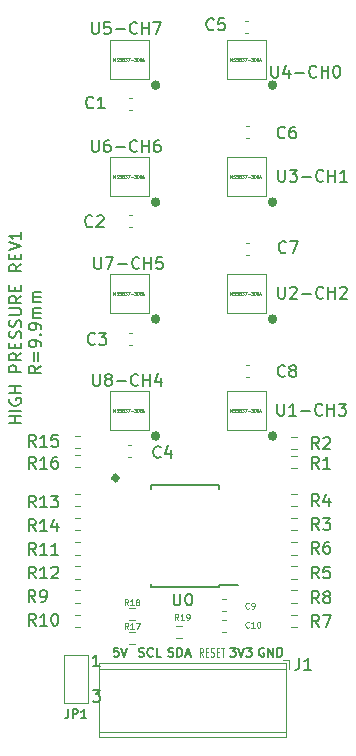
<source format=gto>
%TF.GenerationSoftware,KiCad,Pcbnew,(5.1.12)-1*%
%TF.CreationDate,2022-08-18T12:31:04-07:00*%
%TF.ProjectId,HighPressureSensorArray,48696768-5072-4657-9373-75726553656e,rev?*%
%TF.SameCoordinates,Original*%
%TF.FileFunction,Legend,Top*%
%TF.FilePolarity,Positive*%
%FSLAX46Y46*%
G04 Gerber Fmt 4.6, Leading zero omitted, Abs format (unit mm)*
G04 Created by KiCad (PCBNEW (5.1.12)-1) date 2022-08-18 12:31:04*
%MOMM*%
%LPD*%
G01*
G04 APERTURE LIST*
%ADD10C,0.500000*%
%ADD11C,0.150000*%
%ADD12C,0.125000*%
%ADD13C,0.120000*%
%ADD14C,0.050000*%
%ADD15C,0.400000*%
%ADD16C,0.062500*%
%ADD17R,1.500000X1.000000*%
%ADD18R,1.750000X0.450000*%
%ADD19R,1.300000X1.300000*%
%ADD20C,2.100000*%
%ADD21R,2.200000X2.200000*%
%ADD22C,2.200000*%
G04 APERTURE END LIST*
D10*
X124241421Y-74950000D02*
G75*
G03*
X124241421Y-74950000I-141421J0D01*
G01*
D11*
X124357142Y-89339285D02*
X124000000Y-89339285D01*
X123964285Y-89696428D01*
X124000000Y-89660714D01*
X124071428Y-89625000D01*
X124250000Y-89625000D01*
X124321428Y-89660714D01*
X124357142Y-89696428D01*
X124392857Y-89767857D01*
X124392857Y-89946428D01*
X124357142Y-90017857D01*
X124321428Y-90053571D01*
X124250000Y-90089285D01*
X124071428Y-90089285D01*
X124000000Y-90053571D01*
X123964285Y-90017857D01*
X124607142Y-89339285D02*
X124857142Y-90089285D01*
X125107142Y-89339285D01*
X126107142Y-90053571D02*
X126214285Y-90089285D01*
X126392857Y-90089285D01*
X126464285Y-90053571D01*
X126500000Y-90017857D01*
X126535714Y-89946428D01*
X126535714Y-89875000D01*
X126500000Y-89803571D01*
X126464285Y-89767857D01*
X126392857Y-89732142D01*
X126250000Y-89696428D01*
X126178571Y-89660714D01*
X126142857Y-89625000D01*
X126107142Y-89553571D01*
X126107142Y-89482142D01*
X126142857Y-89410714D01*
X126178571Y-89375000D01*
X126250000Y-89339285D01*
X126428571Y-89339285D01*
X126535714Y-89375000D01*
X127285714Y-90017857D02*
X127250000Y-90053571D01*
X127142857Y-90089285D01*
X127071428Y-90089285D01*
X126964285Y-90053571D01*
X126892857Y-89982142D01*
X126857142Y-89910714D01*
X126821428Y-89767857D01*
X126821428Y-89660714D01*
X126857142Y-89517857D01*
X126892857Y-89446428D01*
X126964285Y-89375000D01*
X127071428Y-89339285D01*
X127142857Y-89339285D01*
X127250000Y-89375000D01*
X127285714Y-89410714D01*
X127964285Y-90089285D02*
X127607142Y-90089285D01*
X127607142Y-89339285D01*
X128589285Y-90053571D02*
X128696428Y-90089285D01*
X128875000Y-90089285D01*
X128946428Y-90053571D01*
X128982142Y-90017857D01*
X129017857Y-89946428D01*
X129017857Y-89875000D01*
X128982142Y-89803571D01*
X128946428Y-89767857D01*
X128875000Y-89732142D01*
X128732142Y-89696428D01*
X128660714Y-89660714D01*
X128625000Y-89625000D01*
X128589285Y-89553571D01*
X128589285Y-89482142D01*
X128625000Y-89410714D01*
X128660714Y-89375000D01*
X128732142Y-89339285D01*
X128910714Y-89339285D01*
X129017857Y-89375000D01*
X129339285Y-90089285D02*
X129339285Y-89339285D01*
X129517857Y-89339285D01*
X129625000Y-89375000D01*
X129696428Y-89446428D01*
X129732142Y-89517857D01*
X129767857Y-89660714D01*
X129767857Y-89767857D01*
X129732142Y-89910714D01*
X129696428Y-89982142D01*
X129625000Y-90053571D01*
X129517857Y-90089285D01*
X129339285Y-90089285D01*
X130053571Y-89875000D02*
X130410714Y-89875000D01*
X129982142Y-90089285D02*
X130232142Y-89339285D01*
X130482142Y-90089285D01*
D12*
X131523809Y-90089285D02*
X131357142Y-89732142D01*
X131238095Y-90089285D02*
X131238095Y-89339285D01*
X131428571Y-89339285D01*
X131476190Y-89375000D01*
X131500000Y-89410714D01*
X131523809Y-89482142D01*
X131523809Y-89589285D01*
X131500000Y-89660714D01*
X131476190Y-89696428D01*
X131428571Y-89732142D01*
X131238095Y-89732142D01*
X131738095Y-89696428D02*
X131904761Y-89696428D01*
X131976190Y-90089285D02*
X131738095Y-90089285D01*
X131738095Y-89339285D01*
X131976190Y-89339285D01*
X132166666Y-90053571D02*
X132238095Y-90089285D01*
X132357142Y-90089285D01*
X132404761Y-90053571D01*
X132428571Y-90017857D01*
X132452380Y-89946428D01*
X132452380Y-89875000D01*
X132428571Y-89803571D01*
X132404761Y-89767857D01*
X132357142Y-89732142D01*
X132261904Y-89696428D01*
X132214285Y-89660714D01*
X132190476Y-89625000D01*
X132166666Y-89553571D01*
X132166666Y-89482142D01*
X132190476Y-89410714D01*
X132214285Y-89375000D01*
X132261904Y-89339285D01*
X132380952Y-89339285D01*
X132452380Y-89375000D01*
X132666666Y-89696428D02*
X132833333Y-89696428D01*
X132904761Y-90089285D02*
X132666666Y-90089285D01*
X132666666Y-89339285D01*
X132904761Y-89339285D01*
X133047619Y-89339285D02*
X133333333Y-89339285D01*
X133190476Y-90089285D02*
X133190476Y-89339285D01*
D11*
X133821428Y-89339285D02*
X134285714Y-89339285D01*
X134035714Y-89625000D01*
X134142857Y-89625000D01*
X134214285Y-89660714D01*
X134250000Y-89696428D01*
X134285714Y-89767857D01*
X134285714Y-89946428D01*
X134250000Y-90017857D01*
X134214285Y-90053571D01*
X134142857Y-90089285D01*
X133928571Y-90089285D01*
X133857142Y-90053571D01*
X133821428Y-90017857D01*
X134500000Y-89339285D02*
X134750000Y-90089285D01*
X135000000Y-89339285D01*
X135178571Y-89339285D02*
X135642857Y-89339285D01*
X135392857Y-89625000D01*
X135500000Y-89625000D01*
X135571428Y-89660714D01*
X135607142Y-89696428D01*
X135642857Y-89767857D01*
X135642857Y-89946428D01*
X135607142Y-90017857D01*
X135571428Y-90053571D01*
X135500000Y-90089285D01*
X135285714Y-90089285D01*
X135214285Y-90053571D01*
X135178571Y-90017857D01*
X136678571Y-89375000D02*
X136607142Y-89339285D01*
X136500000Y-89339285D01*
X136392857Y-89375000D01*
X136321428Y-89446428D01*
X136285714Y-89517857D01*
X136250000Y-89660714D01*
X136250000Y-89767857D01*
X136285714Y-89910714D01*
X136321428Y-89982142D01*
X136392857Y-90053571D01*
X136500000Y-90089285D01*
X136571428Y-90089285D01*
X136678571Y-90053571D01*
X136714285Y-90017857D01*
X136714285Y-89767857D01*
X136571428Y-89767857D01*
X137035714Y-90089285D02*
X137035714Y-89339285D01*
X137464285Y-90089285D01*
X137464285Y-89339285D01*
X137821428Y-90089285D02*
X137821428Y-89339285D01*
X138000000Y-89339285D01*
X138107142Y-89375000D01*
X138178571Y-89446428D01*
X138214285Y-89517857D01*
X138250000Y-89660714D01*
X138250000Y-89767857D01*
X138214285Y-89910714D01*
X138178571Y-89982142D01*
X138107142Y-90053571D01*
X138000000Y-90089285D01*
X137821428Y-90089285D01*
X116127380Y-70297619D02*
X115127380Y-70297619D01*
X115603571Y-70297619D02*
X115603571Y-69726190D01*
X116127380Y-69726190D02*
X115127380Y-69726190D01*
X116127380Y-69250000D02*
X115127380Y-69250000D01*
X115175000Y-68250000D02*
X115127380Y-68345238D01*
X115127380Y-68488095D01*
X115175000Y-68630952D01*
X115270238Y-68726190D01*
X115365476Y-68773809D01*
X115555952Y-68821428D01*
X115698809Y-68821428D01*
X115889285Y-68773809D01*
X115984523Y-68726190D01*
X116079761Y-68630952D01*
X116127380Y-68488095D01*
X116127380Y-68392857D01*
X116079761Y-68250000D01*
X116032142Y-68202380D01*
X115698809Y-68202380D01*
X115698809Y-68392857D01*
X116127380Y-67773809D02*
X115127380Y-67773809D01*
X115603571Y-67773809D02*
X115603571Y-67202380D01*
X116127380Y-67202380D02*
X115127380Y-67202380D01*
X116127380Y-65964285D02*
X115127380Y-65964285D01*
X115127380Y-65583333D01*
X115175000Y-65488095D01*
X115222619Y-65440476D01*
X115317857Y-65392857D01*
X115460714Y-65392857D01*
X115555952Y-65440476D01*
X115603571Y-65488095D01*
X115651190Y-65583333D01*
X115651190Y-65964285D01*
X116127380Y-64392857D02*
X115651190Y-64726190D01*
X116127380Y-64964285D02*
X115127380Y-64964285D01*
X115127380Y-64583333D01*
X115175000Y-64488095D01*
X115222619Y-64440476D01*
X115317857Y-64392857D01*
X115460714Y-64392857D01*
X115555952Y-64440476D01*
X115603571Y-64488095D01*
X115651190Y-64583333D01*
X115651190Y-64964285D01*
X115603571Y-63964285D02*
X115603571Y-63630952D01*
X116127380Y-63488095D02*
X116127380Y-63964285D01*
X115127380Y-63964285D01*
X115127380Y-63488095D01*
X116079761Y-63107142D02*
X116127380Y-62964285D01*
X116127380Y-62726190D01*
X116079761Y-62630952D01*
X116032142Y-62583333D01*
X115936904Y-62535714D01*
X115841666Y-62535714D01*
X115746428Y-62583333D01*
X115698809Y-62630952D01*
X115651190Y-62726190D01*
X115603571Y-62916666D01*
X115555952Y-63011904D01*
X115508333Y-63059523D01*
X115413095Y-63107142D01*
X115317857Y-63107142D01*
X115222619Y-63059523D01*
X115175000Y-63011904D01*
X115127380Y-62916666D01*
X115127380Y-62678571D01*
X115175000Y-62535714D01*
X116079761Y-62154761D02*
X116127380Y-62011904D01*
X116127380Y-61773809D01*
X116079761Y-61678571D01*
X116032142Y-61630952D01*
X115936904Y-61583333D01*
X115841666Y-61583333D01*
X115746428Y-61630952D01*
X115698809Y-61678571D01*
X115651190Y-61773809D01*
X115603571Y-61964285D01*
X115555952Y-62059523D01*
X115508333Y-62107142D01*
X115413095Y-62154761D01*
X115317857Y-62154761D01*
X115222619Y-62107142D01*
X115175000Y-62059523D01*
X115127380Y-61964285D01*
X115127380Y-61726190D01*
X115175000Y-61583333D01*
X115127380Y-61154761D02*
X115936904Y-61154761D01*
X116032142Y-61107142D01*
X116079761Y-61059523D01*
X116127380Y-60964285D01*
X116127380Y-60773809D01*
X116079761Y-60678571D01*
X116032142Y-60630952D01*
X115936904Y-60583333D01*
X115127380Y-60583333D01*
X116127380Y-59535714D02*
X115651190Y-59869047D01*
X116127380Y-60107142D02*
X115127380Y-60107142D01*
X115127380Y-59726190D01*
X115175000Y-59630952D01*
X115222619Y-59583333D01*
X115317857Y-59535714D01*
X115460714Y-59535714D01*
X115555952Y-59583333D01*
X115603571Y-59630952D01*
X115651190Y-59726190D01*
X115651190Y-60107142D01*
X115603571Y-59107142D02*
X115603571Y-58773809D01*
X116127380Y-58630952D02*
X116127380Y-59107142D01*
X115127380Y-59107142D01*
X115127380Y-58630952D01*
X116127380Y-56869047D02*
X115651190Y-57202380D01*
X116127380Y-57440476D02*
X115127380Y-57440476D01*
X115127380Y-57059523D01*
X115175000Y-56964285D01*
X115222619Y-56916666D01*
X115317857Y-56869047D01*
X115460714Y-56869047D01*
X115555952Y-56916666D01*
X115603571Y-56964285D01*
X115651190Y-57059523D01*
X115651190Y-57440476D01*
X115603571Y-56440476D02*
X115603571Y-56107142D01*
X116127380Y-55964285D02*
X116127380Y-56440476D01*
X115127380Y-56440476D01*
X115127380Y-55964285D01*
X115127380Y-55678571D02*
X116127380Y-55345238D01*
X115127380Y-55011904D01*
X116127380Y-54154761D02*
X116127380Y-54726190D01*
X116127380Y-54440476D02*
X115127380Y-54440476D01*
X115270238Y-54535714D01*
X115365476Y-54630952D01*
X115413095Y-54726190D01*
X117777380Y-65464285D02*
X117301190Y-65797619D01*
X117777380Y-66035714D02*
X116777380Y-66035714D01*
X116777380Y-65654761D01*
X116825000Y-65559523D01*
X116872619Y-65511904D01*
X116967857Y-65464285D01*
X117110714Y-65464285D01*
X117205952Y-65511904D01*
X117253571Y-65559523D01*
X117301190Y-65654761D01*
X117301190Y-66035714D01*
X117253571Y-65035714D02*
X117253571Y-64273809D01*
X117539285Y-64273809D02*
X117539285Y-65035714D01*
X117777380Y-63750000D02*
X117777380Y-63559523D01*
X117729761Y-63464285D01*
X117682142Y-63416666D01*
X117539285Y-63321428D01*
X117348809Y-63273809D01*
X116967857Y-63273809D01*
X116872619Y-63321428D01*
X116825000Y-63369047D01*
X116777380Y-63464285D01*
X116777380Y-63654761D01*
X116825000Y-63750000D01*
X116872619Y-63797619D01*
X116967857Y-63845238D01*
X117205952Y-63845238D01*
X117301190Y-63797619D01*
X117348809Y-63750000D01*
X117396428Y-63654761D01*
X117396428Y-63464285D01*
X117348809Y-63369047D01*
X117301190Y-63321428D01*
X117205952Y-63273809D01*
X117682142Y-62845238D02*
X117729761Y-62797619D01*
X117777380Y-62845238D01*
X117729761Y-62892857D01*
X117682142Y-62845238D01*
X117777380Y-62845238D01*
X117777380Y-62321428D02*
X117777380Y-62130952D01*
X117729761Y-62035714D01*
X117682142Y-61988095D01*
X117539285Y-61892857D01*
X117348809Y-61845238D01*
X116967857Y-61845238D01*
X116872619Y-61892857D01*
X116825000Y-61940476D01*
X116777380Y-62035714D01*
X116777380Y-62226190D01*
X116825000Y-62321428D01*
X116872619Y-62369047D01*
X116967857Y-62416666D01*
X117205952Y-62416666D01*
X117301190Y-62369047D01*
X117348809Y-62321428D01*
X117396428Y-62226190D01*
X117396428Y-62035714D01*
X117348809Y-61940476D01*
X117301190Y-61892857D01*
X117205952Y-61845238D01*
X117777380Y-61416666D02*
X117110714Y-61416666D01*
X117205952Y-61416666D02*
X117158333Y-61369047D01*
X117110714Y-61273809D01*
X117110714Y-61130952D01*
X117158333Y-61035714D01*
X117253571Y-60988095D01*
X117777380Y-60988095D01*
X117253571Y-60988095D02*
X117158333Y-60940476D01*
X117110714Y-60845238D01*
X117110714Y-60702380D01*
X117158333Y-60607142D01*
X117253571Y-60559523D01*
X117777380Y-60559523D01*
X117777380Y-60083333D02*
X117110714Y-60083333D01*
X117205952Y-60083333D02*
X117158333Y-60035714D01*
X117110714Y-59940476D01*
X117110714Y-59797619D01*
X117158333Y-59702380D01*
X117253571Y-59654761D01*
X117777380Y-59654761D01*
X117253571Y-59654761D02*
X117158333Y-59607142D01*
X117110714Y-59511904D01*
X117110714Y-59369047D01*
X117158333Y-59273809D01*
X117253571Y-59226190D01*
X117777380Y-59226190D01*
D13*
X119750000Y-89950000D02*
X121750000Y-89950000D01*
X119750000Y-94050000D02*
X119750000Y-89950000D01*
X121750000Y-94050000D02*
X119750000Y-94050000D01*
X121750000Y-89950000D02*
X121750000Y-94050000D01*
X125259420Y-43810000D02*
X125540580Y-43810000D01*
X125259420Y-42790000D02*
X125540580Y-42790000D01*
X125259420Y-52690000D02*
X125540580Y-52690000D01*
X125259420Y-53710000D02*
X125540580Y-53710000D01*
X125259420Y-63710000D02*
X125540580Y-63710000D01*
X125259420Y-62690000D02*
X125540580Y-62690000D01*
X125159420Y-72190000D02*
X125440580Y-72190000D01*
X125159420Y-73210000D02*
X125440580Y-73210000D01*
X135340580Y-36290000D02*
X135059420Y-36290000D01*
X135340580Y-37310000D02*
X135059420Y-37310000D01*
X135440580Y-46210000D02*
X135159420Y-46210000D01*
X135440580Y-45190000D02*
X135159420Y-45190000D01*
X135440580Y-56110000D02*
X135159420Y-56110000D01*
X135440580Y-55090000D02*
X135159420Y-55090000D01*
X135440580Y-65390000D02*
X135159420Y-65390000D01*
X135440580Y-66410000D02*
X135159420Y-66410000D01*
X133159420Y-85190000D02*
X133440580Y-85190000D01*
X133159420Y-86210000D02*
X133440580Y-86210000D01*
X133159420Y-88010000D02*
X133440580Y-88010000D01*
X133159420Y-86990000D02*
X133440580Y-86990000D01*
X139437258Y-73077500D02*
X138962742Y-73077500D01*
X139437258Y-74122500D02*
X138962742Y-74122500D01*
X139437258Y-72522500D02*
X138962742Y-72522500D01*
X139437258Y-71477500D02*
X138962742Y-71477500D01*
X139437258Y-79402090D02*
X138962742Y-79402090D01*
X139437258Y-78357090D02*
X138962742Y-78357090D01*
X139437258Y-76316274D02*
X138962742Y-76316274D01*
X139437258Y-77361274D02*
X138962742Y-77361274D01*
X139437258Y-82438722D02*
X138962742Y-82438722D01*
X139437258Y-83483722D02*
X138962742Y-83483722D01*
X139437258Y-81442906D02*
X138962742Y-81442906D01*
X139437258Y-80397906D02*
X138962742Y-80397906D01*
X139437258Y-87565357D02*
X138962742Y-87565357D01*
X139437258Y-86520357D02*
X138962742Y-86520357D01*
X139437258Y-84479538D02*
X138962742Y-84479538D01*
X139437258Y-85524538D02*
X138962742Y-85524538D01*
X120662742Y-84478516D02*
X121137258Y-84478516D01*
X120662742Y-85523516D02*
X121137258Y-85523516D01*
X120662742Y-86520357D02*
X121137258Y-86520357D01*
X120662742Y-87565357D02*
X121137258Y-87565357D01*
X120662742Y-80394844D02*
X121137258Y-80394844D01*
X120662742Y-81439844D02*
X121137258Y-81439844D01*
X120662742Y-83481680D02*
X121137258Y-83481680D01*
X120662742Y-82436680D02*
X121137258Y-82436680D01*
X120662742Y-76311172D02*
X121137258Y-76311172D01*
X120662742Y-77356172D02*
X121137258Y-77356172D01*
X120662742Y-79398008D02*
X121137258Y-79398008D01*
X120662742Y-78353008D02*
X121137258Y-78353008D01*
X120662742Y-71377500D02*
X121137258Y-71377500D01*
X120662742Y-72422500D02*
X121137258Y-72422500D01*
X120662742Y-74022500D02*
X121137258Y-74022500D01*
X120662742Y-72977500D02*
X121137258Y-72977500D01*
X125737258Y-89022500D02*
X125262742Y-89022500D01*
X125737258Y-87977500D02*
X125262742Y-87977500D01*
X125737258Y-85977500D02*
X125262742Y-85977500D01*
X125737258Y-87022500D02*
X125262742Y-87022500D01*
X129737258Y-87477500D02*
X129262742Y-87477500D01*
X129737258Y-88522500D02*
X129262742Y-88522500D01*
D11*
X132875000Y-84225000D02*
X132875000Y-84000000D01*
X127125000Y-84225000D02*
X127125000Y-83925000D01*
X127125000Y-75575000D02*
X127125000Y-75875000D01*
X132875000Y-75575000D02*
X132875000Y-75875000D01*
X132875000Y-84225000D02*
X127125000Y-84225000D01*
X132875000Y-75575000D02*
X127125000Y-75575000D01*
X132875000Y-84000000D02*
X134475000Y-84000000D01*
D14*
X136862600Y-67600400D02*
X136862600Y-70900400D01*
X133562600Y-70900400D02*
X136862600Y-70900400D01*
X133562600Y-67600400D02*
X136862600Y-67600400D01*
X133562600Y-67600400D02*
X133562600Y-70900400D01*
D15*
X137613000Y-71400000D02*
G75*
G03*
X137613000Y-71400000I-200000J0D01*
G01*
D14*
X136862600Y-57700400D02*
X136862600Y-61000400D01*
X133562600Y-61000400D02*
X136862600Y-61000400D01*
X133562600Y-57700400D02*
X136862600Y-57700400D01*
X133562600Y-57700400D02*
X133562600Y-61000400D01*
D15*
X137613000Y-61500000D02*
G75*
G03*
X137613000Y-61500000I-200000J0D01*
G01*
D14*
X136862600Y-47800400D02*
X136862600Y-51100400D01*
X133562600Y-51100400D02*
X136862600Y-51100400D01*
X133562600Y-47800400D02*
X136862600Y-47800400D01*
X133562600Y-47800400D02*
X133562600Y-51100400D01*
D15*
X137613000Y-51600000D02*
G75*
G03*
X137613000Y-51600000I-200000J0D01*
G01*
X137613000Y-41700000D02*
G75*
G03*
X137613000Y-41700000I-200000J0D01*
G01*
D14*
X133562600Y-37900400D02*
X133562600Y-41200400D01*
X133562600Y-37900400D02*
X136862600Y-37900400D01*
X133562600Y-41200400D02*
X136862600Y-41200400D01*
X136862600Y-37900400D02*
X136862600Y-41200400D01*
D15*
X127713000Y-41700000D02*
G75*
G03*
X127713000Y-41700000I-200000J0D01*
G01*
D14*
X123662600Y-37900400D02*
X123662600Y-41200400D01*
X123662600Y-37900400D02*
X126962600Y-37900400D01*
X123662600Y-41200400D02*
X126962600Y-41200400D01*
X126962600Y-37900400D02*
X126962600Y-41200400D01*
X126962600Y-47800400D02*
X126962600Y-51100400D01*
X123662600Y-51100400D02*
X126962600Y-51100400D01*
X123662600Y-47800400D02*
X126962600Y-47800400D01*
X123662600Y-47800400D02*
X123662600Y-51100400D01*
D15*
X127713000Y-51600000D02*
G75*
G03*
X127713000Y-51600000I-200000J0D01*
G01*
X127713000Y-61500000D02*
G75*
G03*
X127713000Y-61500000I-200000J0D01*
G01*
D14*
X123662600Y-57700400D02*
X123662600Y-61000400D01*
X123662600Y-57700400D02*
X126962600Y-57700400D01*
X123662600Y-61000400D02*
X126962600Y-61000400D01*
X126962600Y-57700400D02*
X126962600Y-61000400D01*
D15*
X127713000Y-71400000D02*
G75*
G03*
X127713000Y-71400000I-200000J0D01*
G01*
D14*
X123662600Y-67600400D02*
X123662600Y-70900400D01*
X123662600Y-67600400D02*
X126962600Y-67600400D01*
X123662600Y-70900400D02*
X126962600Y-70900400D01*
X126962600Y-67600400D02*
X126962600Y-70900400D01*
D13*
X138560000Y-91150000D02*
X122740000Y-91150000D01*
X138560000Y-96450000D02*
X122740000Y-96450000D01*
X138560000Y-96910000D02*
X122740000Y-96910000D01*
X138560000Y-90590000D02*
X122740000Y-90590000D01*
X138560000Y-96910000D02*
X138560000Y-90590000D01*
X122740000Y-96910000D02*
X122740000Y-90590000D01*
X138800000Y-91090000D02*
X138800000Y-90350000D01*
X138800000Y-90350000D02*
X138300000Y-90350000D01*
D11*
X120125000Y-94539285D02*
X120125000Y-95075000D01*
X120089285Y-95182142D01*
X120017857Y-95253571D01*
X119910714Y-95289285D01*
X119839285Y-95289285D01*
X120482142Y-95289285D02*
X120482142Y-94539285D01*
X120767857Y-94539285D01*
X120839285Y-94575000D01*
X120875000Y-94610714D01*
X120910714Y-94682142D01*
X120910714Y-94789285D01*
X120875000Y-94860714D01*
X120839285Y-94896428D01*
X120767857Y-94932142D01*
X120482142Y-94932142D01*
X121625000Y-95289285D02*
X121196428Y-95289285D01*
X121410714Y-95289285D02*
X121410714Y-94539285D01*
X121339285Y-94646428D01*
X121267857Y-94717857D01*
X121196428Y-94753571D01*
X122166666Y-92902380D02*
X122785714Y-92902380D01*
X122452380Y-93283333D01*
X122595238Y-93283333D01*
X122690476Y-93330952D01*
X122738095Y-93378571D01*
X122785714Y-93473809D01*
X122785714Y-93711904D01*
X122738095Y-93807142D01*
X122690476Y-93854761D01*
X122595238Y-93902380D01*
X122309523Y-93902380D01*
X122214285Y-93854761D01*
X122166666Y-93807142D01*
X122785714Y-90902380D02*
X122214285Y-90902380D01*
X122500000Y-90902380D02*
X122500000Y-89902380D01*
X122404761Y-90045238D01*
X122309523Y-90140476D01*
X122214285Y-90188095D01*
X122233333Y-43577142D02*
X122185714Y-43624761D01*
X122042857Y-43672380D01*
X121947619Y-43672380D01*
X121804761Y-43624761D01*
X121709523Y-43529523D01*
X121661904Y-43434285D01*
X121614285Y-43243809D01*
X121614285Y-43100952D01*
X121661904Y-42910476D01*
X121709523Y-42815238D01*
X121804761Y-42720000D01*
X121947619Y-42672380D01*
X122042857Y-42672380D01*
X122185714Y-42720000D01*
X122233333Y-42767619D01*
X123185714Y-43672380D02*
X122614285Y-43672380D01*
X122900000Y-43672380D02*
X122900000Y-42672380D01*
X122804761Y-42815238D01*
X122709523Y-42910476D01*
X122614285Y-42958095D01*
X122163333Y-53617142D02*
X122115714Y-53664761D01*
X121972857Y-53712380D01*
X121877619Y-53712380D01*
X121734761Y-53664761D01*
X121639523Y-53569523D01*
X121591904Y-53474285D01*
X121544285Y-53283809D01*
X121544285Y-53140952D01*
X121591904Y-52950476D01*
X121639523Y-52855238D01*
X121734761Y-52760000D01*
X121877619Y-52712380D01*
X121972857Y-52712380D01*
X122115714Y-52760000D01*
X122163333Y-52807619D01*
X122544285Y-52807619D02*
X122591904Y-52760000D01*
X122687142Y-52712380D01*
X122925238Y-52712380D01*
X123020476Y-52760000D01*
X123068095Y-52807619D01*
X123115714Y-52902857D01*
X123115714Y-52998095D01*
X123068095Y-53140952D01*
X122496666Y-53712380D01*
X123115714Y-53712380D01*
X122363333Y-63577142D02*
X122315714Y-63624761D01*
X122172857Y-63672380D01*
X122077619Y-63672380D01*
X121934761Y-63624761D01*
X121839523Y-63529523D01*
X121791904Y-63434285D01*
X121744285Y-63243809D01*
X121744285Y-63100952D01*
X121791904Y-62910476D01*
X121839523Y-62815238D01*
X121934761Y-62720000D01*
X122077619Y-62672380D01*
X122172857Y-62672380D01*
X122315714Y-62720000D01*
X122363333Y-62767619D01*
X122696666Y-62672380D02*
X123315714Y-62672380D01*
X122982380Y-63053333D01*
X123125238Y-63053333D01*
X123220476Y-63100952D01*
X123268095Y-63148571D01*
X123315714Y-63243809D01*
X123315714Y-63481904D01*
X123268095Y-63577142D01*
X123220476Y-63624761D01*
X123125238Y-63672380D01*
X122839523Y-63672380D01*
X122744285Y-63624761D01*
X122696666Y-63577142D01*
X127933333Y-73157142D02*
X127885714Y-73204761D01*
X127742857Y-73252380D01*
X127647619Y-73252380D01*
X127504761Y-73204761D01*
X127409523Y-73109523D01*
X127361904Y-73014285D01*
X127314285Y-72823809D01*
X127314285Y-72680952D01*
X127361904Y-72490476D01*
X127409523Y-72395238D01*
X127504761Y-72300000D01*
X127647619Y-72252380D01*
X127742857Y-72252380D01*
X127885714Y-72300000D01*
X127933333Y-72347619D01*
X128790476Y-72585714D02*
X128790476Y-73252380D01*
X128552380Y-72204761D02*
X128314285Y-72919047D01*
X128933333Y-72919047D01*
X132433333Y-36957142D02*
X132385714Y-37004761D01*
X132242857Y-37052380D01*
X132147619Y-37052380D01*
X132004761Y-37004761D01*
X131909523Y-36909523D01*
X131861904Y-36814285D01*
X131814285Y-36623809D01*
X131814285Y-36480952D01*
X131861904Y-36290476D01*
X131909523Y-36195238D01*
X132004761Y-36100000D01*
X132147619Y-36052380D01*
X132242857Y-36052380D01*
X132385714Y-36100000D01*
X132433333Y-36147619D01*
X133338095Y-36052380D02*
X132861904Y-36052380D01*
X132814285Y-36528571D01*
X132861904Y-36480952D01*
X132957142Y-36433333D01*
X133195238Y-36433333D01*
X133290476Y-36480952D01*
X133338095Y-36528571D01*
X133385714Y-36623809D01*
X133385714Y-36861904D01*
X133338095Y-36957142D01*
X133290476Y-37004761D01*
X133195238Y-37052380D01*
X132957142Y-37052380D01*
X132861904Y-37004761D01*
X132814285Y-36957142D01*
X138453333Y-46117142D02*
X138405714Y-46164761D01*
X138262857Y-46212380D01*
X138167619Y-46212380D01*
X138024761Y-46164761D01*
X137929523Y-46069523D01*
X137881904Y-45974285D01*
X137834285Y-45783809D01*
X137834285Y-45640952D01*
X137881904Y-45450476D01*
X137929523Y-45355238D01*
X138024761Y-45260000D01*
X138167619Y-45212380D01*
X138262857Y-45212380D01*
X138405714Y-45260000D01*
X138453333Y-45307619D01*
X139310476Y-45212380D02*
X139120000Y-45212380D01*
X139024761Y-45260000D01*
X138977142Y-45307619D01*
X138881904Y-45450476D01*
X138834285Y-45640952D01*
X138834285Y-46021904D01*
X138881904Y-46117142D01*
X138929523Y-46164761D01*
X139024761Y-46212380D01*
X139215238Y-46212380D01*
X139310476Y-46164761D01*
X139358095Y-46117142D01*
X139405714Y-46021904D01*
X139405714Y-45783809D01*
X139358095Y-45688571D01*
X139310476Y-45640952D01*
X139215238Y-45593333D01*
X139024761Y-45593333D01*
X138929523Y-45640952D01*
X138881904Y-45688571D01*
X138834285Y-45783809D01*
X138543333Y-55827142D02*
X138495714Y-55874761D01*
X138352857Y-55922380D01*
X138257619Y-55922380D01*
X138114761Y-55874761D01*
X138019523Y-55779523D01*
X137971904Y-55684285D01*
X137924285Y-55493809D01*
X137924285Y-55350952D01*
X137971904Y-55160476D01*
X138019523Y-55065238D01*
X138114761Y-54970000D01*
X138257619Y-54922380D01*
X138352857Y-54922380D01*
X138495714Y-54970000D01*
X138543333Y-55017619D01*
X138876666Y-54922380D02*
X139543333Y-54922380D01*
X139114761Y-55922380D01*
X138453333Y-66297142D02*
X138405714Y-66344761D01*
X138262857Y-66392380D01*
X138167619Y-66392380D01*
X138024761Y-66344761D01*
X137929523Y-66249523D01*
X137881904Y-66154285D01*
X137834285Y-65963809D01*
X137834285Y-65820952D01*
X137881904Y-65630476D01*
X137929523Y-65535238D01*
X138024761Y-65440000D01*
X138167619Y-65392380D01*
X138262857Y-65392380D01*
X138405714Y-65440000D01*
X138453333Y-65487619D01*
X139024761Y-65820952D02*
X138929523Y-65773333D01*
X138881904Y-65725714D01*
X138834285Y-65630476D01*
X138834285Y-65582857D01*
X138881904Y-65487619D01*
X138929523Y-65440000D01*
X139024761Y-65392380D01*
X139215238Y-65392380D01*
X139310476Y-65440000D01*
X139358095Y-65487619D01*
X139405714Y-65582857D01*
X139405714Y-65630476D01*
X139358095Y-65725714D01*
X139310476Y-65773333D01*
X139215238Y-65820952D01*
X139024761Y-65820952D01*
X138929523Y-65868571D01*
X138881904Y-65916190D01*
X138834285Y-66011428D01*
X138834285Y-66201904D01*
X138881904Y-66297142D01*
X138929523Y-66344761D01*
X139024761Y-66392380D01*
X139215238Y-66392380D01*
X139310476Y-66344761D01*
X139358095Y-66297142D01*
X139405714Y-66201904D01*
X139405714Y-66011428D01*
X139358095Y-65916190D01*
X139310476Y-65868571D01*
X139215238Y-65820952D01*
D12*
X135416666Y-85978571D02*
X135392857Y-86002380D01*
X135321428Y-86026190D01*
X135273809Y-86026190D01*
X135202380Y-86002380D01*
X135154761Y-85954761D01*
X135130952Y-85907142D01*
X135107142Y-85811904D01*
X135107142Y-85740476D01*
X135130952Y-85645238D01*
X135154761Y-85597619D01*
X135202380Y-85550000D01*
X135273809Y-85526190D01*
X135321428Y-85526190D01*
X135392857Y-85550000D01*
X135416666Y-85573809D01*
X135654761Y-86026190D02*
X135750000Y-86026190D01*
X135797619Y-86002380D01*
X135821428Y-85978571D01*
X135869047Y-85907142D01*
X135892857Y-85811904D01*
X135892857Y-85621428D01*
X135869047Y-85573809D01*
X135845238Y-85550000D01*
X135797619Y-85526190D01*
X135702380Y-85526190D01*
X135654761Y-85550000D01*
X135630952Y-85573809D01*
X135607142Y-85621428D01*
X135607142Y-85740476D01*
X135630952Y-85788095D01*
X135654761Y-85811904D01*
X135702380Y-85835714D01*
X135797619Y-85835714D01*
X135845238Y-85811904D01*
X135869047Y-85788095D01*
X135892857Y-85740476D01*
X135428571Y-87578571D02*
X135404761Y-87602380D01*
X135333333Y-87626190D01*
X135285714Y-87626190D01*
X135214285Y-87602380D01*
X135166666Y-87554761D01*
X135142857Y-87507142D01*
X135119047Y-87411904D01*
X135119047Y-87340476D01*
X135142857Y-87245238D01*
X135166666Y-87197619D01*
X135214285Y-87150000D01*
X135285714Y-87126190D01*
X135333333Y-87126190D01*
X135404761Y-87150000D01*
X135428571Y-87173809D01*
X135904761Y-87626190D02*
X135619047Y-87626190D01*
X135761904Y-87626190D02*
X135761904Y-87126190D01*
X135714285Y-87197619D01*
X135666666Y-87245238D01*
X135619047Y-87269047D01*
X136214285Y-87126190D02*
X136261904Y-87126190D01*
X136309523Y-87150000D01*
X136333333Y-87173809D01*
X136357142Y-87221428D01*
X136380952Y-87316666D01*
X136380952Y-87435714D01*
X136357142Y-87530952D01*
X136333333Y-87578571D01*
X136309523Y-87602380D01*
X136261904Y-87626190D01*
X136214285Y-87626190D01*
X136166666Y-87602380D01*
X136142857Y-87578571D01*
X136119047Y-87530952D01*
X136095238Y-87435714D01*
X136095238Y-87316666D01*
X136119047Y-87221428D01*
X136142857Y-87173809D01*
X136166666Y-87150000D01*
X136214285Y-87126190D01*
D11*
X141333333Y-74154422D02*
X141000000Y-73678232D01*
X140761904Y-74154422D02*
X140761904Y-73154422D01*
X141142857Y-73154422D01*
X141238095Y-73202042D01*
X141285714Y-73249661D01*
X141333333Y-73344899D01*
X141333333Y-73487756D01*
X141285714Y-73582994D01*
X141238095Y-73630613D01*
X141142857Y-73678232D01*
X140761904Y-73678232D01*
X142285714Y-74154422D02*
X141714285Y-74154422D01*
X142000000Y-74154422D02*
X142000000Y-73154422D01*
X141904761Y-73297280D01*
X141809523Y-73392518D01*
X141714285Y-73440137D01*
X141333333Y-72495238D02*
X141000000Y-72019048D01*
X140761904Y-72495238D02*
X140761904Y-71495238D01*
X141142857Y-71495238D01*
X141238095Y-71542858D01*
X141285714Y-71590477D01*
X141333333Y-71685715D01*
X141333333Y-71828572D01*
X141285714Y-71923810D01*
X141238095Y-71971429D01*
X141142857Y-72019048D01*
X140761904Y-72019048D01*
X141714285Y-71590477D02*
X141761904Y-71542858D01*
X141857142Y-71495238D01*
X142095238Y-71495238D01*
X142190476Y-71542858D01*
X142238095Y-71590477D01*
X142285714Y-71685715D01*
X142285714Y-71780953D01*
X142238095Y-71923810D01*
X141666666Y-72495238D01*
X142285714Y-72495238D01*
X141333333Y-79352380D02*
X141000000Y-78876190D01*
X140761904Y-79352380D02*
X140761904Y-78352380D01*
X141142857Y-78352380D01*
X141238095Y-78400000D01*
X141285714Y-78447619D01*
X141333333Y-78542857D01*
X141333333Y-78685714D01*
X141285714Y-78780952D01*
X141238095Y-78828571D01*
X141142857Y-78876190D01*
X140761904Y-78876190D01*
X141666666Y-78352380D02*
X142285714Y-78352380D01*
X141952380Y-78733333D01*
X142095238Y-78733333D01*
X142190476Y-78780952D01*
X142238095Y-78828571D01*
X142285714Y-78923809D01*
X142285714Y-79161904D01*
X142238095Y-79257142D01*
X142190476Y-79304761D01*
X142095238Y-79352380D01*
X141809523Y-79352380D01*
X141714285Y-79304761D01*
X141666666Y-79257142D01*
X141333333Y-77352380D02*
X141000000Y-76876190D01*
X140761904Y-77352380D02*
X140761904Y-76352380D01*
X141142857Y-76352380D01*
X141238095Y-76400000D01*
X141285714Y-76447619D01*
X141333333Y-76542857D01*
X141333333Y-76685714D01*
X141285714Y-76780952D01*
X141238095Y-76828571D01*
X141142857Y-76876190D01*
X140761904Y-76876190D01*
X142190476Y-76685714D02*
X142190476Y-77352380D01*
X141952380Y-76304761D02*
X141714285Y-77019047D01*
X142333333Y-77019047D01*
X141333333Y-83452380D02*
X141000000Y-82976190D01*
X140761904Y-83452380D02*
X140761904Y-82452380D01*
X141142857Y-82452380D01*
X141238095Y-82500000D01*
X141285714Y-82547619D01*
X141333333Y-82642857D01*
X141333333Y-82785714D01*
X141285714Y-82880952D01*
X141238095Y-82928571D01*
X141142857Y-82976190D01*
X140761904Y-82976190D01*
X142238095Y-82452380D02*
X141761904Y-82452380D01*
X141714285Y-82928571D01*
X141761904Y-82880952D01*
X141857142Y-82833333D01*
X142095238Y-82833333D01*
X142190476Y-82880952D01*
X142238095Y-82928571D01*
X142285714Y-83023809D01*
X142285714Y-83261904D01*
X142238095Y-83357142D01*
X142190476Y-83404761D01*
X142095238Y-83452380D01*
X141857142Y-83452380D01*
X141761904Y-83404761D01*
X141714285Y-83357142D01*
X141333333Y-81352380D02*
X141000000Y-80876190D01*
X140761904Y-81352380D02*
X140761904Y-80352380D01*
X141142857Y-80352380D01*
X141238095Y-80400000D01*
X141285714Y-80447619D01*
X141333333Y-80542857D01*
X141333333Y-80685714D01*
X141285714Y-80780952D01*
X141238095Y-80828571D01*
X141142857Y-80876190D01*
X140761904Y-80876190D01*
X142190476Y-80352380D02*
X142000000Y-80352380D01*
X141904761Y-80400000D01*
X141857142Y-80447619D01*
X141761904Y-80590476D01*
X141714285Y-80780952D01*
X141714285Y-81161904D01*
X141761904Y-81257142D01*
X141809523Y-81304761D01*
X141904761Y-81352380D01*
X142095238Y-81352380D01*
X142190476Y-81304761D01*
X142238095Y-81257142D01*
X142285714Y-81161904D01*
X142285714Y-80923809D01*
X142238095Y-80828571D01*
X142190476Y-80780952D01*
X142095238Y-80733333D01*
X141904761Y-80733333D01*
X141809523Y-80780952D01*
X141761904Y-80828571D01*
X141714285Y-80923809D01*
X141333333Y-87552380D02*
X141000000Y-87076190D01*
X140761904Y-87552380D02*
X140761904Y-86552380D01*
X141142857Y-86552380D01*
X141238095Y-86600000D01*
X141285714Y-86647619D01*
X141333333Y-86742857D01*
X141333333Y-86885714D01*
X141285714Y-86980952D01*
X141238095Y-87028571D01*
X141142857Y-87076190D01*
X140761904Y-87076190D01*
X141666666Y-86552380D02*
X142333333Y-86552380D01*
X141904761Y-87552380D01*
X141333333Y-85552380D02*
X141000000Y-85076190D01*
X140761904Y-85552380D02*
X140761904Y-84552380D01*
X141142857Y-84552380D01*
X141238095Y-84600000D01*
X141285714Y-84647619D01*
X141333333Y-84742857D01*
X141333333Y-84885714D01*
X141285714Y-84980952D01*
X141238095Y-85028571D01*
X141142857Y-85076190D01*
X140761904Y-85076190D01*
X141904761Y-84980952D02*
X141809523Y-84933333D01*
X141761904Y-84885714D01*
X141714285Y-84790476D01*
X141714285Y-84742857D01*
X141761904Y-84647619D01*
X141809523Y-84600000D01*
X141904761Y-84552380D01*
X142095238Y-84552380D01*
X142190476Y-84600000D01*
X142238095Y-84647619D01*
X142285714Y-84742857D01*
X142285714Y-84790476D01*
X142238095Y-84885714D01*
X142190476Y-84933333D01*
X142095238Y-84980952D01*
X141904761Y-84980952D01*
X141809523Y-85028571D01*
X141761904Y-85076190D01*
X141714285Y-85171428D01*
X141714285Y-85361904D01*
X141761904Y-85457142D01*
X141809523Y-85504761D01*
X141904761Y-85552380D01*
X142095238Y-85552380D01*
X142190476Y-85504761D01*
X142238095Y-85457142D01*
X142285714Y-85361904D01*
X142285714Y-85171428D01*
X142238095Y-85076190D01*
X142190476Y-85028571D01*
X142095238Y-84980952D01*
X117333333Y-85452380D02*
X117000000Y-84976190D01*
X116761904Y-85452380D02*
X116761904Y-84452380D01*
X117142857Y-84452380D01*
X117238095Y-84500000D01*
X117285714Y-84547619D01*
X117333333Y-84642857D01*
X117333333Y-84785714D01*
X117285714Y-84880952D01*
X117238095Y-84928571D01*
X117142857Y-84976190D01*
X116761904Y-84976190D01*
X117809523Y-85452380D02*
X118000000Y-85452380D01*
X118095238Y-85404761D01*
X118142857Y-85357142D01*
X118238095Y-85214285D01*
X118285714Y-85023809D01*
X118285714Y-84642857D01*
X118238095Y-84547619D01*
X118190476Y-84500000D01*
X118095238Y-84452380D01*
X117904761Y-84452380D01*
X117809523Y-84500000D01*
X117761904Y-84547619D01*
X117714285Y-84642857D01*
X117714285Y-84880952D01*
X117761904Y-84976190D01*
X117809523Y-85023809D01*
X117904761Y-85071428D01*
X118095238Y-85071428D01*
X118190476Y-85023809D01*
X118238095Y-84976190D01*
X118285714Y-84880952D01*
X117357142Y-87452380D02*
X117023809Y-86976190D01*
X116785714Y-87452380D02*
X116785714Y-86452380D01*
X117166666Y-86452380D01*
X117261904Y-86500000D01*
X117309523Y-86547619D01*
X117357142Y-86642857D01*
X117357142Y-86785714D01*
X117309523Y-86880952D01*
X117261904Y-86928571D01*
X117166666Y-86976190D01*
X116785714Y-86976190D01*
X118309523Y-87452380D02*
X117738095Y-87452380D01*
X118023809Y-87452380D02*
X118023809Y-86452380D01*
X117928571Y-86595238D01*
X117833333Y-86690476D01*
X117738095Y-86738095D01*
X118928571Y-86452380D02*
X119023809Y-86452380D01*
X119119047Y-86500000D01*
X119166666Y-86547619D01*
X119214285Y-86642857D01*
X119261904Y-86833333D01*
X119261904Y-87071428D01*
X119214285Y-87261904D01*
X119166666Y-87357142D01*
X119119047Y-87404761D01*
X119023809Y-87452380D01*
X118928571Y-87452380D01*
X118833333Y-87404761D01*
X118785714Y-87357142D01*
X118738095Y-87261904D01*
X118690476Y-87071428D01*
X118690476Y-86833333D01*
X118738095Y-86642857D01*
X118785714Y-86547619D01*
X118833333Y-86500000D01*
X118928571Y-86452380D01*
X117357142Y-81452380D02*
X117023809Y-80976190D01*
X116785714Y-81452380D02*
X116785714Y-80452380D01*
X117166666Y-80452380D01*
X117261904Y-80500000D01*
X117309523Y-80547619D01*
X117357142Y-80642857D01*
X117357142Y-80785714D01*
X117309523Y-80880952D01*
X117261904Y-80928571D01*
X117166666Y-80976190D01*
X116785714Y-80976190D01*
X118309523Y-81452380D02*
X117738095Y-81452380D01*
X118023809Y-81452380D02*
X118023809Y-80452380D01*
X117928571Y-80595238D01*
X117833333Y-80690476D01*
X117738095Y-80738095D01*
X119261904Y-81452380D02*
X118690476Y-81452380D01*
X118976190Y-81452380D02*
X118976190Y-80452380D01*
X118880952Y-80595238D01*
X118785714Y-80690476D01*
X118690476Y-80738095D01*
X117357142Y-83452380D02*
X117023809Y-82976190D01*
X116785714Y-83452380D02*
X116785714Y-82452380D01*
X117166666Y-82452380D01*
X117261904Y-82500000D01*
X117309523Y-82547619D01*
X117357142Y-82642857D01*
X117357142Y-82785714D01*
X117309523Y-82880952D01*
X117261904Y-82928571D01*
X117166666Y-82976190D01*
X116785714Y-82976190D01*
X118309523Y-83452380D02*
X117738095Y-83452380D01*
X118023809Y-83452380D02*
X118023809Y-82452380D01*
X117928571Y-82595238D01*
X117833333Y-82690476D01*
X117738095Y-82738095D01*
X118690476Y-82547619D02*
X118738095Y-82500000D01*
X118833333Y-82452380D01*
X119071428Y-82452380D01*
X119166666Y-82500000D01*
X119214285Y-82547619D01*
X119261904Y-82642857D01*
X119261904Y-82738095D01*
X119214285Y-82880952D01*
X118642857Y-83452380D01*
X119261904Y-83452380D01*
X117357142Y-77452380D02*
X117023809Y-76976190D01*
X116785714Y-77452380D02*
X116785714Y-76452380D01*
X117166666Y-76452380D01*
X117261904Y-76500000D01*
X117309523Y-76547619D01*
X117357142Y-76642857D01*
X117357142Y-76785714D01*
X117309523Y-76880952D01*
X117261904Y-76928571D01*
X117166666Y-76976190D01*
X116785714Y-76976190D01*
X118309523Y-77452380D02*
X117738095Y-77452380D01*
X118023809Y-77452380D02*
X118023809Y-76452380D01*
X117928571Y-76595238D01*
X117833333Y-76690476D01*
X117738095Y-76738095D01*
X118642857Y-76452380D02*
X119261904Y-76452380D01*
X118928571Y-76833333D01*
X119071428Y-76833333D01*
X119166666Y-76880952D01*
X119214285Y-76928571D01*
X119261904Y-77023809D01*
X119261904Y-77261904D01*
X119214285Y-77357142D01*
X119166666Y-77404761D01*
X119071428Y-77452380D01*
X118785714Y-77452380D01*
X118690476Y-77404761D01*
X118642857Y-77357142D01*
X117357142Y-79452380D02*
X117023809Y-78976190D01*
X116785714Y-79452380D02*
X116785714Y-78452380D01*
X117166666Y-78452380D01*
X117261904Y-78500000D01*
X117309523Y-78547619D01*
X117357142Y-78642857D01*
X117357142Y-78785714D01*
X117309523Y-78880952D01*
X117261904Y-78928571D01*
X117166666Y-78976190D01*
X116785714Y-78976190D01*
X118309523Y-79452380D02*
X117738095Y-79452380D01*
X118023809Y-79452380D02*
X118023809Y-78452380D01*
X117928571Y-78595238D01*
X117833333Y-78690476D01*
X117738095Y-78738095D01*
X119166666Y-78785714D02*
X119166666Y-79452380D01*
X118928571Y-78404761D02*
X118690476Y-79119047D01*
X119309523Y-79119047D01*
X117357142Y-72302380D02*
X117023809Y-71826190D01*
X116785714Y-72302380D02*
X116785714Y-71302380D01*
X117166666Y-71302380D01*
X117261904Y-71350000D01*
X117309523Y-71397619D01*
X117357142Y-71492857D01*
X117357142Y-71635714D01*
X117309523Y-71730952D01*
X117261904Y-71778571D01*
X117166666Y-71826190D01*
X116785714Y-71826190D01*
X118309523Y-72302380D02*
X117738095Y-72302380D01*
X118023809Y-72302380D02*
X118023809Y-71302380D01*
X117928571Y-71445238D01*
X117833333Y-71540476D01*
X117738095Y-71588095D01*
X119214285Y-71302380D02*
X118738095Y-71302380D01*
X118690476Y-71778571D01*
X118738095Y-71730952D01*
X118833333Y-71683333D01*
X119071428Y-71683333D01*
X119166666Y-71730952D01*
X119214285Y-71778571D01*
X119261904Y-71873809D01*
X119261904Y-72111904D01*
X119214285Y-72207142D01*
X119166666Y-72254761D01*
X119071428Y-72302380D01*
X118833333Y-72302380D01*
X118738095Y-72254761D01*
X118690476Y-72207142D01*
X117357142Y-74160544D02*
X117023809Y-73684354D01*
X116785714Y-74160544D02*
X116785714Y-73160544D01*
X117166666Y-73160544D01*
X117261904Y-73208164D01*
X117309523Y-73255783D01*
X117357142Y-73351021D01*
X117357142Y-73493878D01*
X117309523Y-73589116D01*
X117261904Y-73636735D01*
X117166666Y-73684354D01*
X116785714Y-73684354D01*
X118309523Y-74160544D02*
X117738095Y-74160544D01*
X118023809Y-74160544D02*
X118023809Y-73160544D01*
X117928571Y-73303402D01*
X117833333Y-73398640D01*
X117738095Y-73446259D01*
X119166666Y-73160544D02*
X118976190Y-73160544D01*
X118880952Y-73208164D01*
X118833333Y-73255783D01*
X118738095Y-73398640D01*
X118690476Y-73589116D01*
X118690476Y-73970068D01*
X118738095Y-74065306D01*
X118785714Y-74112925D01*
X118880952Y-74160544D01*
X119071428Y-74160544D01*
X119166666Y-74112925D01*
X119214285Y-74065306D01*
X119261904Y-73970068D01*
X119261904Y-73731973D01*
X119214285Y-73636735D01*
X119166666Y-73589116D01*
X119071428Y-73541497D01*
X118880952Y-73541497D01*
X118785714Y-73589116D01*
X118738095Y-73636735D01*
X118690476Y-73731973D01*
D12*
X125178571Y-87726190D02*
X125011904Y-87488095D01*
X124892857Y-87726190D02*
X124892857Y-87226190D01*
X125083333Y-87226190D01*
X125130952Y-87250000D01*
X125154761Y-87273809D01*
X125178571Y-87321428D01*
X125178571Y-87392857D01*
X125154761Y-87440476D01*
X125130952Y-87464285D01*
X125083333Y-87488095D01*
X124892857Y-87488095D01*
X125654761Y-87726190D02*
X125369047Y-87726190D01*
X125511904Y-87726190D02*
X125511904Y-87226190D01*
X125464285Y-87297619D01*
X125416666Y-87345238D01*
X125369047Y-87369047D01*
X125821428Y-87226190D02*
X126154761Y-87226190D01*
X125940476Y-87726190D01*
X125178571Y-85726190D02*
X125011904Y-85488095D01*
X124892857Y-85726190D02*
X124892857Y-85226190D01*
X125083333Y-85226190D01*
X125130952Y-85250000D01*
X125154761Y-85273809D01*
X125178571Y-85321428D01*
X125178571Y-85392857D01*
X125154761Y-85440476D01*
X125130952Y-85464285D01*
X125083333Y-85488095D01*
X124892857Y-85488095D01*
X125654761Y-85726190D02*
X125369047Y-85726190D01*
X125511904Y-85726190D02*
X125511904Y-85226190D01*
X125464285Y-85297619D01*
X125416666Y-85345238D01*
X125369047Y-85369047D01*
X125940476Y-85440476D02*
X125892857Y-85416666D01*
X125869047Y-85392857D01*
X125845238Y-85345238D01*
X125845238Y-85321428D01*
X125869047Y-85273809D01*
X125892857Y-85250000D01*
X125940476Y-85226190D01*
X126035714Y-85226190D01*
X126083333Y-85250000D01*
X126107142Y-85273809D01*
X126130952Y-85321428D01*
X126130952Y-85345238D01*
X126107142Y-85392857D01*
X126083333Y-85416666D01*
X126035714Y-85440476D01*
X125940476Y-85440476D01*
X125892857Y-85464285D01*
X125869047Y-85488095D01*
X125845238Y-85535714D01*
X125845238Y-85630952D01*
X125869047Y-85678571D01*
X125892857Y-85702380D01*
X125940476Y-85726190D01*
X126035714Y-85726190D01*
X126083333Y-85702380D01*
X126107142Y-85678571D01*
X126130952Y-85630952D01*
X126130952Y-85535714D01*
X126107142Y-85488095D01*
X126083333Y-85464285D01*
X126035714Y-85440476D01*
X129428571Y-86976190D02*
X129261904Y-86738095D01*
X129142857Y-86976190D02*
X129142857Y-86476190D01*
X129333333Y-86476190D01*
X129380952Y-86500000D01*
X129404761Y-86523809D01*
X129428571Y-86571428D01*
X129428571Y-86642857D01*
X129404761Y-86690476D01*
X129380952Y-86714285D01*
X129333333Y-86738095D01*
X129142857Y-86738095D01*
X129904761Y-86976190D02*
X129619047Y-86976190D01*
X129761904Y-86976190D02*
X129761904Y-86476190D01*
X129714285Y-86547619D01*
X129666666Y-86595238D01*
X129619047Y-86619047D01*
X130142857Y-86976190D02*
X130238095Y-86976190D01*
X130285714Y-86952380D01*
X130309523Y-86928571D01*
X130357142Y-86857142D01*
X130380952Y-86761904D01*
X130380952Y-86571428D01*
X130357142Y-86523809D01*
X130333333Y-86500000D01*
X130285714Y-86476190D01*
X130190476Y-86476190D01*
X130142857Y-86500000D01*
X130119047Y-86523809D01*
X130095238Y-86571428D01*
X130095238Y-86690476D01*
X130119047Y-86738095D01*
X130142857Y-86761904D01*
X130190476Y-86785714D01*
X130285714Y-86785714D01*
X130333333Y-86761904D01*
X130357142Y-86738095D01*
X130380952Y-86690476D01*
D11*
X129038095Y-84752380D02*
X129038095Y-85561904D01*
X129085714Y-85657142D01*
X129133333Y-85704761D01*
X129228571Y-85752380D01*
X129419047Y-85752380D01*
X129514285Y-85704761D01*
X129561904Y-85657142D01*
X129609523Y-85561904D01*
X129609523Y-84752380D01*
X130276190Y-84752380D02*
X130371428Y-84752380D01*
X130466666Y-84800000D01*
X130514285Y-84847619D01*
X130561904Y-84942857D01*
X130609523Y-85133333D01*
X130609523Y-85371428D01*
X130561904Y-85561904D01*
X130514285Y-85657142D01*
X130466666Y-85704761D01*
X130371428Y-85752380D01*
X130276190Y-85752380D01*
X130180952Y-85704761D01*
X130133333Y-85657142D01*
X130085714Y-85561904D01*
X130038095Y-85371428D01*
X130038095Y-85133333D01*
X130085714Y-84942857D01*
X130133333Y-84847619D01*
X130180952Y-84800000D01*
X130276190Y-84752380D01*
X137819047Y-68672380D02*
X137819047Y-69481904D01*
X137866666Y-69577142D01*
X137914285Y-69624761D01*
X138009523Y-69672380D01*
X138200000Y-69672380D01*
X138295238Y-69624761D01*
X138342857Y-69577142D01*
X138390476Y-69481904D01*
X138390476Y-68672380D01*
X139390476Y-69672380D02*
X138819047Y-69672380D01*
X139104761Y-69672380D02*
X139104761Y-68672380D01*
X139009523Y-68815238D01*
X138914285Y-68910476D01*
X138819047Y-68958095D01*
X139819047Y-69291428D02*
X140580952Y-69291428D01*
X141628571Y-69577142D02*
X141580952Y-69624761D01*
X141438095Y-69672380D01*
X141342857Y-69672380D01*
X141200000Y-69624761D01*
X141104761Y-69529523D01*
X141057142Y-69434285D01*
X141009523Y-69243809D01*
X141009523Y-69100952D01*
X141057142Y-68910476D01*
X141104761Y-68815238D01*
X141200000Y-68720000D01*
X141342857Y-68672380D01*
X141438095Y-68672380D01*
X141580952Y-68720000D01*
X141628571Y-68767619D01*
X142057142Y-69672380D02*
X142057142Y-68672380D01*
X142057142Y-69148571D02*
X142628571Y-69148571D01*
X142628571Y-69672380D02*
X142628571Y-68672380D01*
X143009523Y-68672380D02*
X143628571Y-68672380D01*
X143295238Y-69053333D01*
X143438095Y-69053333D01*
X143533333Y-69100952D01*
X143580952Y-69148571D01*
X143628571Y-69243809D01*
X143628571Y-69481904D01*
X143580952Y-69577142D01*
X143533333Y-69624761D01*
X143438095Y-69672380D01*
X143152380Y-69672380D01*
X143057142Y-69624761D01*
X143009523Y-69577142D01*
D16*
X133823428Y-69354095D02*
X133823428Y-69104095D01*
X133906761Y-69282666D01*
X133990095Y-69104095D01*
X133990095Y-69354095D01*
X134097238Y-69342190D02*
X134132952Y-69354095D01*
X134192476Y-69354095D01*
X134216285Y-69342190D01*
X134228190Y-69330285D01*
X134240095Y-69306476D01*
X134240095Y-69282666D01*
X134228190Y-69258857D01*
X134216285Y-69246952D01*
X134192476Y-69235047D01*
X134144857Y-69223142D01*
X134121047Y-69211238D01*
X134109142Y-69199333D01*
X134097238Y-69175523D01*
X134097238Y-69151714D01*
X134109142Y-69127904D01*
X134121047Y-69116000D01*
X134144857Y-69104095D01*
X134204380Y-69104095D01*
X134240095Y-69116000D01*
X134466285Y-69104095D02*
X134347238Y-69104095D01*
X134335333Y-69223142D01*
X134347238Y-69211238D01*
X134371047Y-69199333D01*
X134430571Y-69199333D01*
X134454380Y-69211238D01*
X134466285Y-69223142D01*
X134478190Y-69246952D01*
X134478190Y-69306476D01*
X134466285Y-69330285D01*
X134454380Y-69342190D01*
X134430571Y-69354095D01*
X134371047Y-69354095D01*
X134347238Y-69342190D01*
X134335333Y-69330285D01*
X134621047Y-69211238D02*
X134597238Y-69199333D01*
X134585333Y-69187428D01*
X134573428Y-69163619D01*
X134573428Y-69151714D01*
X134585333Y-69127904D01*
X134597238Y-69116000D01*
X134621047Y-69104095D01*
X134668666Y-69104095D01*
X134692476Y-69116000D01*
X134704380Y-69127904D01*
X134716285Y-69151714D01*
X134716285Y-69163619D01*
X134704380Y-69187428D01*
X134692476Y-69199333D01*
X134668666Y-69211238D01*
X134621047Y-69211238D01*
X134597238Y-69223142D01*
X134585333Y-69235047D01*
X134573428Y-69258857D01*
X134573428Y-69306476D01*
X134585333Y-69330285D01*
X134597238Y-69342190D01*
X134621047Y-69354095D01*
X134668666Y-69354095D01*
X134692476Y-69342190D01*
X134704380Y-69330285D01*
X134716285Y-69306476D01*
X134716285Y-69258857D01*
X134704380Y-69235047D01*
X134692476Y-69223142D01*
X134668666Y-69211238D01*
X134799619Y-69104095D02*
X134954380Y-69104095D01*
X134871047Y-69199333D01*
X134906761Y-69199333D01*
X134930571Y-69211238D01*
X134942476Y-69223142D01*
X134954380Y-69246952D01*
X134954380Y-69306476D01*
X134942476Y-69330285D01*
X134930571Y-69342190D01*
X134906761Y-69354095D01*
X134835333Y-69354095D01*
X134811523Y-69342190D01*
X134799619Y-69330285D01*
X135037714Y-69104095D02*
X135204380Y-69104095D01*
X135097238Y-69354095D01*
X135299619Y-69258857D02*
X135490095Y-69258857D01*
X135585333Y-69104095D02*
X135740095Y-69104095D01*
X135656761Y-69199333D01*
X135692476Y-69199333D01*
X135716285Y-69211238D01*
X135728190Y-69223142D01*
X135740095Y-69246952D01*
X135740095Y-69306476D01*
X135728190Y-69330285D01*
X135716285Y-69342190D01*
X135692476Y-69354095D01*
X135621047Y-69354095D01*
X135597238Y-69342190D01*
X135585333Y-69330285D01*
X135894857Y-69104095D02*
X135918666Y-69104095D01*
X135942476Y-69116000D01*
X135954380Y-69127904D01*
X135966285Y-69151714D01*
X135978190Y-69199333D01*
X135978190Y-69258857D01*
X135966285Y-69306476D01*
X135954380Y-69330285D01*
X135942476Y-69342190D01*
X135918666Y-69354095D01*
X135894857Y-69354095D01*
X135871047Y-69342190D01*
X135859142Y-69330285D01*
X135847238Y-69306476D01*
X135835333Y-69258857D01*
X135835333Y-69199333D01*
X135847238Y-69151714D01*
X135859142Y-69127904D01*
X135871047Y-69116000D01*
X135894857Y-69104095D01*
X136168666Y-69223142D02*
X136204380Y-69235047D01*
X136216285Y-69246952D01*
X136228190Y-69270761D01*
X136228190Y-69306476D01*
X136216285Y-69330285D01*
X136204380Y-69342190D01*
X136180571Y-69354095D01*
X136085333Y-69354095D01*
X136085333Y-69104095D01*
X136168666Y-69104095D01*
X136192476Y-69116000D01*
X136204380Y-69127904D01*
X136216285Y-69151714D01*
X136216285Y-69175523D01*
X136204380Y-69199333D01*
X136192476Y-69211238D01*
X136168666Y-69223142D01*
X136085333Y-69223142D01*
X136323428Y-69282666D02*
X136442476Y-69282666D01*
X136299619Y-69354095D02*
X136382952Y-69104095D01*
X136466285Y-69354095D01*
D11*
X137895047Y-58772380D02*
X137895047Y-59581904D01*
X137942666Y-59677142D01*
X137990285Y-59724761D01*
X138085523Y-59772380D01*
X138276000Y-59772380D01*
X138371238Y-59724761D01*
X138418857Y-59677142D01*
X138466476Y-59581904D01*
X138466476Y-58772380D01*
X138895047Y-58867619D02*
X138942666Y-58820000D01*
X139037904Y-58772380D01*
X139276000Y-58772380D01*
X139371238Y-58820000D01*
X139418857Y-58867619D01*
X139466476Y-58962857D01*
X139466476Y-59058095D01*
X139418857Y-59200952D01*
X138847428Y-59772380D01*
X139466476Y-59772380D01*
X139895047Y-59391428D02*
X140656952Y-59391428D01*
X141704571Y-59677142D02*
X141656952Y-59724761D01*
X141514095Y-59772380D01*
X141418857Y-59772380D01*
X141276000Y-59724761D01*
X141180761Y-59629523D01*
X141133142Y-59534285D01*
X141085523Y-59343809D01*
X141085523Y-59200952D01*
X141133142Y-59010476D01*
X141180761Y-58915238D01*
X141276000Y-58820000D01*
X141418857Y-58772380D01*
X141514095Y-58772380D01*
X141656952Y-58820000D01*
X141704571Y-58867619D01*
X142133142Y-59772380D02*
X142133142Y-58772380D01*
X142133142Y-59248571D02*
X142704571Y-59248571D01*
X142704571Y-59772380D02*
X142704571Y-58772380D01*
X143133142Y-58867619D02*
X143180761Y-58820000D01*
X143276000Y-58772380D01*
X143514095Y-58772380D01*
X143609333Y-58820000D01*
X143656952Y-58867619D01*
X143704571Y-58962857D01*
X143704571Y-59058095D01*
X143656952Y-59200952D01*
X143085523Y-59772380D01*
X143704571Y-59772380D01*
D16*
X133823428Y-59454095D02*
X133823428Y-59204095D01*
X133906761Y-59382666D01*
X133990095Y-59204095D01*
X133990095Y-59454095D01*
X134097238Y-59442190D02*
X134132952Y-59454095D01*
X134192476Y-59454095D01*
X134216285Y-59442190D01*
X134228190Y-59430285D01*
X134240095Y-59406476D01*
X134240095Y-59382666D01*
X134228190Y-59358857D01*
X134216285Y-59346952D01*
X134192476Y-59335047D01*
X134144857Y-59323142D01*
X134121047Y-59311238D01*
X134109142Y-59299333D01*
X134097238Y-59275523D01*
X134097238Y-59251714D01*
X134109142Y-59227904D01*
X134121047Y-59216000D01*
X134144857Y-59204095D01*
X134204380Y-59204095D01*
X134240095Y-59216000D01*
X134466285Y-59204095D02*
X134347238Y-59204095D01*
X134335333Y-59323142D01*
X134347238Y-59311238D01*
X134371047Y-59299333D01*
X134430571Y-59299333D01*
X134454380Y-59311238D01*
X134466285Y-59323142D01*
X134478190Y-59346952D01*
X134478190Y-59406476D01*
X134466285Y-59430285D01*
X134454380Y-59442190D01*
X134430571Y-59454095D01*
X134371047Y-59454095D01*
X134347238Y-59442190D01*
X134335333Y-59430285D01*
X134621047Y-59311238D02*
X134597238Y-59299333D01*
X134585333Y-59287428D01*
X134573428Y-59263619D01*
X134573428Y-59251714D01*
X134585333Y-59227904D01*
X134597238Y-59216000D01*
X134621047Y-59204095D01*
X134668666Y-59204095D01*
X134692476Y-59216000D01*
X134704380Y-59227904D01*
X134716285Y-59251714D01*
X134716285Y-59263619D01*
X134704380Y-59287428D01*
X134692476Y-59299333D01*
X134668666Y-59311238D01*
X134621047Y-59311238D01*
X134597238Y-59323142D01*
X134585333Y-59335047D01*
X134573428Y-59358857D01*
X134573428Y-59406476D01*
X134585333Y-59430285D01*
X134597238Y-59442190D01*
X134621047Y-59454095D01*
X134668666Y-59454095D01*
X134692476Y-59442190D01*
X134704380Y-59430285D01*
X134716285Y-59406476D01*
X134716285Y-59358857D01*
X134704380Y-59335047D01*
X134692476Y-59323142D01*
X134668666Y-59311238D01*
X134799619Y-59204095D02*
X134954380Y-59204095D01*
X134871047Y-59299333D01*
X134906761Y-59299333D01*
X134930571Y-59311238D01*
X134942476Y-59323142D01*
X134954380Y-59346952D01*
X134954380Y-59406476D01*
X134942476Y-59430285D01*
X134930571Y-59442190D01*
X134906761Y-59454095D01*
X134835333Y-59454095D01*
X134811523Y-59442190D01*
X134799619Y-59430285D01*
X135037714Y-59204095D02*
X135204380Y-59204095D01*
X135097238Y-59454095D01*
X135299619Y-59358857D02*
X135490095Y-59358857D01*
X135585333Y-59204095D02*
X135740095Y-59204095D01*
X135656761Y-59299333D01*
X135692476Y-59299333D01*
X135716285Y-59311238D01*
X135728190Y-59323142D01*
X135740095Y-59346952D01*
X135740095Y-59406476D01*
X135728190Y-59430285D01*
X135716285Y-59442190D01*
X135692476Y-59454095D01*
X135621047Y-59454095D01*
X135597238Y-59442190D01*
X135585333Y-59430285D01*
X135894857Y-59204095D02*
X135918666Y-59204095D01*
X135942476Y-59216000D01*
X135954380Y-59227904D01*
X135966285Y-59251714D01*
X135978190Y-59299333D01*
X135978190Y-59358857D01*
X135966285Y-59406476D01*
X135954380Y-59430285D01*
X135942476Y-59442190D01*
X135918666Y-59454095D01*
X135894857Y-59454095D01*
X135871047Y-59442190D01*
X135859142Y-59430285D01*
X135847238Y-59406476D01*
X135835333Y-59358857D01*
X135835333Y-59299333D01*
X135847238Y-59251714D01*
X135859142Y-59227904D01*
X135871047Y-59216000D01*
X135894857Y-59204095D01*
X136168666Y-59323142D02*
X136204380Y-59335047D01*
X136216285Y-59346952D01*
X136228190Y-59370761D01*
X136228190Y-59406476D01*
X136216285Y-59430285D01*
X136204380Y-59442190D01*
X136180571Y-59454095D01*
X136085333Y-59454095D01*
X136085333Y-59204095D01*
X136168666Y-59204095D01*
X136192476Y-59216000D01*
X136204380Y-59227904D01*
X136216285Y-59251714D01*
X136216285Y-59275523D01*
X136204380Y-59299333D01*
X136192476Y-59311238D01*
X136168666Y-59323142D01*
X136085333Y-59323142D01*
X136323428Y-59382666D02*
X136442476Y-59382666D01*
X136299619Y-59454095D02*
X136382952Y-59204095D01*
X136466285Y-59454095D01*
D11*
X137895047Y-48872380D02*
X137895047Y-49681904D01*
X137942666Y-49777142D01*
X137990285Y-49824761D01*
X138085523Y-49872380D01*
X138276000Y-49872380D01*
X138371238Y-49824761D01*
X138418857Y-49777142D01*
X138466476Y-49681904D01*
X138466476Y-48872380D01*
X138847428Y-48872380D02*
X139466476Y-48872380D01*
X139133142Y-49253333D01*
X139276000Y-49253333D01*
X139371238Y-49300952D01*
X139418857Y-49348571D01*
X139466476Y-49443809D01*
X139466476Y-49681904D01*
X139418857Y-49777142D01*
X139371238Y-49824761D01*
X139276000Y-49872380D01*
X138990285Y-49872380D01*
X138895047Y-49824761D01*
X138847428Y-49777142D01*
X139895047Y-49491428D02*
X140656952Y-49491428D01*
X141704571Y-49777142D02*
X141656952Y-49824761D01*
X141514095Y-49872380D01*
X141418857Y-49872380D01*
X141276000Y-49824761D01*
X141180761Y-49729523D01*
X141133142Y-49634285D01*
X141085523Y-49443809D01*
X141085523Y-49300952D01*
X141133142Y-49110476D01*
X141180761Y-49015238D01*
X141276000Y-48920000D01*
X141418857Y-48872380D01*
X141514095Y-48872380D01*
X141656952Y-48920000D01*
X141704571Y-48967619D01*
X142133142Y-49872380D02*
X142133142Y-48872380D01*
X142133142Y-49348571D02*
X142704571Y-49348571D01*
X142704571Y-49872380D02*
X142704571Y-48872380D01*
X143704571Y-49872380D02*
X143133142Y-49872380D01*
X143418857Y-49872380D02*
X143418857Y-48872380D01*
X143323619Y-49015238D01*
X143228380Y-49110476D01*
X143133142Y-49158095D01*
D16*
X133823428Y-49554095D02*
X133823428Y-49304095D01*
X133906761Y-49482666D01*
X133990095Y-49304095D01*
X133990095Y-49554095D01*
X134097238Y-49542190D02*
X134132952Y-49554095D01*
X134192476Y-49554095D01*
X134216285Y-49542190D01*
X134228190Y-49530285D01*
X134240095Y-49506476D01*
X134240095Y-49482666D01*
X134228190Y-49458857D01*
X134216285Y-49446952D01*
X134192476Y-49435047D01*
X134144857Y-49423142D01*
X134121047Y-49411238D01*
X134109142Y-49399333D01*
X134097238Y-49375523D01*
X134097238Y-49351714D01*
X134109142Y-49327904D01*
X134121047Y-49316000D01*
X134144857Y-49304095D01*
X134204380Y-49304095D01*
X134240095Y-49316000D01*
X134466285Y-49304095D02*
X134347238Y-49304095D01*
X134335333Y-49423142D01*
X134347238Y-49411238D01*
X134371047Y-49399333D01*
X134430571Y-49399333D01*
X134454380Y-49411238D01*
X134466285Y-49423142D01*
X134478190Y-49446952D01*
X134478190Y-49506476D01*
X134466285Y-49530285D01*
X134454380Y-49542190D01*
X134430571Y-49554095D01*
X134371047Y-49554095D01*
X134347238Y-49542190D01*
X134335333Y-49530285D01*
X134621047Y-49411238D02*
X134597238Y-49399333D01*
X134585333Y-49387428D01*
X134573428Y-49363619D01*
X134573428Y-49351714D01*
X134585333Y-49327904D01*
X134597238Y-49316000D01*
X134621047Y-49304095D01*
X134668666Y-49304095D01*
X134692476Y-49316000D01*
X134704380Y-49327904D01*
X134716285Y-49351714D01*
X134716285Y-49363619D01*
X134704380Y-49387428D01*
X134692476Y-49399333D01*
X134668666Y-49411238D01*
X134621047Y-49411238D01*
X134597238Y-49423142D01*
X134585333Y-49435047D01*
X134573428Y-49458857D01*
X134573428Y-49506476D01*
X134585333Y-49530285D01*
X134597238Y-49542190D01*
X134621047Y-49554095D01*
X134668666Y-49554095D01*
X134692476Y-49542190D01*
X134704380Y-49530285D01*
X134716285Y-49506476D01*
X134716285Y-49458857D01*
X134704380Y-49435047D01*
X134692476Y-49423142D01*
X134668666Y-49411238D01*
X134799619Y-49304095D02*
X134954380Y-49304095D01*
X134871047Y-49399333D01*
X134906761Y-49399333D01*
X134930571Y-49411238D01*
X134942476Y-49423142D01*
X134954380Y-49446952D01*
X134954380Y-49506476D01*
X134942476Y-49530285D01*
X134930571Y-49542190D01*
X134906761Y-49554095D01*
X134835333Y-49554095D01*
X134811523Y-49542190D01*
X134799619Y-49530285D01*
X135037714Y-49304095D02*
X135204380Y-49304095D01*
X135097238Y-49554095D01*
X135299619Y-49458857D02*
X135490095Y-49458857D01*
X135585333Y-49304095D02*
X135740095Y-49304095D01*
X135656761Y-49399333D01*
X135692476Y-49399333D01*
X135716285Y-49411238D01*
X135728190Y-49423142D01*
X135740095Y-49446952D01*
X135740095Y-49506476D01*
X135728190Y-49530285D01*
X135716285Y-49542190D01*
X135692476Y-49554095D01*
X135621047Y-49554095D01*
X135597238Y-49542190D01*
X135585333Y-49530285D01*
X135894857Y-49304095D02*
X135918666Y-49304095D01*
X135942476Y-49316000D01*
X135954380Y-49327904D01*
X135966285Y-49351714D01*
X135978190Y-49399333D01*
X135978190Y-49458857D01*
X135966285Y-49506476D01*
X135954380Y-49530285D01*
X135942476Y-49542190D01*
X135918666Y-49554095D01*
X135894857Y-49554095D01*
X135871047Y-49542190D01*
X135859142Y-49530285D01*
X135847238Y-49506476D01*
X135835333Y-49458857D01*
X135835333Y-49399333D01*
X135847238Y-49351714D01*
X135859142Y-49327904D01*
X135871047Y-49316000D01*
X135894857Y-49304095D01*
X136168666Y-49423142D02*
X136204380Y-49435047D01*
X136216285Y-49446952D01*
X136228190Y-49470761D01*
X136228190Y-49506476D01*
X136216285Y-49530285D01*
X136204380Y-49542190D01*
X136180571Y-49554095D01*
X136085333Y-49554095D01*
X136085333Y-49304095D01*
X136168666Y-49304095D01*
X136192476Y-49316000D01*
X136204380Y-49327904D01*
X136216285Y-49351714D01*
X136216285Y-49375523D01*
X136204380Y-49399333D01*
X136192476Y-49411238D01*
X136168666Y-49423142D01*
X136085333Y-49423142D01*
X136323428Y-49482666D02*
X136442476Y-49482666D01*
X136299619Y-49554095D02*
X136382952Y-49304095D01*
X136466285Y-49554095D01*
D11*
X137319047Y-40052380D02*
X137319047Y-40861904D01*
X137366666Y-40957142D01*
X137414285Y-41004761D01*
X137509523Y-41052380D01*
X137700000Y-41052380D01*
X137795238Y-41004761D01*
X137842857Y-40957142D01*
X137890476Y-40861904D01*
X137890476Y-40052380D01*
X138795238Y-40385714D02*
X138795238Y-41052380D01*
X138557142Y-40004761D02*
X138319047Y-40719047D01*
X138938095Y-40719047D01*
X139319047Y-40671428D02*
X140080952Y-40671428D01*
X141128571Y-40957142D02*
X141080952Y-41004761D01*
X140938095Y-41052380D01*
X140842857Y-41052380D01*
X140700000Y-41004761D01*
X140604761Y-40909523D01*
X140557142Y-40814285D01*
X140509523Y-40623809D01*
X140509523Y-40480952D01*
X140557142Y-40290476D01*
X140604761Y-40195238D01*
X140700000Y-40100000D01*
X140842857Y-40052380D01*
X140938095Y-40052380D01*
X141080952Y-40100000D01*
X141128571Y-40147619D01*
X141557142Y-41052380D02*
X141557142Y-40052380D01*
X141557142Y-40528571D02*
X142128571Y-40528571D01*
X142128571Y-41052380D02*
X142128571Y-40052380D01*
X142795238Y-40052380D02*
X142890476Y-40052380D01*
X142985714Y-40100000D01*
X143033333Y-40147619D01*
X143080952Y-40242857D01*
X143128571Y-40433333D01*
X143128571Y-40671428D01*
X143080952Y-40861904D01*
X143033333Y-40957142D01*
X142985714Y-41004761D01*
X142890476Y-41052380D01*
X142795238Y-41052380D01*
X142700000Y-41004761D01*
X142652380Y-40957142D01*
X142604761Y-40861904D01*
X142557142Y-40671428D01*
X142557142Y-40433333D01*
X142604761Y-40242857D01*
X142652380Y-40147619D01*
X142700000Y-40100000D01*
X142795238Y-40052380D01*
D16*
X133823428Y-39654095D02*
X133823428Y-39404095D01*
X133906761Y-39582666D01*
X133990095Y-39404095D01*
X133990095Y-39654095D01*
X134097238Y-39642190D02*
X134132952Y-39654095D01*
X134192476Y-39654095D01*
X134216285Y-39642190D01*
X134228190Y-39630285D01*
X134240095Y-39606476D01*
X134240095Y-39582666D01*
X134228190Y-39558857D01*
X134216285Y-39546952D01*
X134192476Y-39535047D01*
X134144857Y-39523142D01*
X134121047Y-39511238D01*
X134109142Y-39499333D01*
X134097238Y-39475523D01*
X134097238Y-39451714D01*
X134109142Y-39427904D01*
X134121047Y-39416000D01*
X134144857Y-39404095D01*
X134204380Y-39404095D01*
X134240095Y-39416000D01*
X134466285Y-39404095D02*
X134347238Y-39404095D01*
X134335333Y-39523142D01*
X134347238Y-39511238D01*
X134371047Y-39499333D01*
X134430571Y-39499333D01*
X134454380Y-39511238D01*
X134466285Y-39523142D01*
X134478190Y-39546952D01*
X134478190Y-39606476D01*
X134466285Y-39630285D01*
X134454380Y-39642190D01*
X134430571Y-39654095D01*
X134371047Y-39654095D01*
X134347238Y-39642190D01*
X134335333Y-39630285D01*
X134621047Y-39511238D02*
X134597238Y-39499333D01*
X134585333Y-39487428D01*
X134573428Y-39463619D01*
X134573428Y-39451714D01*
X134585333Y-39427904D01*
X134597238Y-39416000D01*
X134621047Y-39404095D01*
X134668666Y-39404095D01*
X134692476Y-39416000D01*
X134704380Y-39427904D01*
X134716285Y-39451714D01*
X134716285Y-39463619D01*
X134704380Y-39487428D01*
X134692476Y-39499333D01*
X134668666Y-39511238D01*
X134621047Y-39511238D01*
X134597238Y-39523142D01*
X134585333Y-39535047D01*
X134573428Y-39558857D01*
X134573428Y-39606476D01*
X134585333Y-39630285D01*
X134597238Y-39642190D01*
X134621047Y-39654095D01*
X134668666Y-39654095D01*
X134692476Y-39642190D01*
X134704380Y-39630285D01*
X134716285Y-39606476D01*
X134716285Y-39558857D01*
X134704380Y-39535047D01*
X134692476Y-39523142D01*
X134668666Y-39511238D01*
X134799619Y-39404095D02*
X134954380Y-39404095D01*
X134871047Y-39499333D01*
X134906761Y-39499333D01*
X134930571Y-39511238D01*
X134942476Y-39523142D01*
X134954380Y-39546952D01*
X134954380Y-39606476D01*
X134942476Y-39630285D01*
X134930571Y-39642190D01*
X134906761Y-39654095D01*
X134835333Y-39654095D01*
X134811523Y-39642190D01*
X134799619Y-39630285D01*
X135037714Y-39404095D02*
X135204380Y-39404095D01*
X135097238Y-39654095D01*
X135299619Y-39558857D02*
X135490095Y-39558857D01*
X135585333Y-39404095D02*
X135740095Y-39404095D01*
X135656761Y-39499333D01*
X135692476Y-39499333D01*
X135716285Y-39511238D01*
X135728190Y-39523142D01*
X135740095Y-39546952D01*
X135740095Y-39606476D01*
X135728190Y-39630285D01*
X135716285Y-39642190D01*
X135692476Y-39654095D01*
X135621047Y-39654095D01*
X135597238Y-39642190D01*
X135585333Y-39630285D01*
X135894857Y-39404095D02*
X135918666Y-39404095D01*
X135942476Y-39416000D01*
X135954380Y-39427904D01*
X135966285Y-39451714D01*
X135978190Y-39499333D01*
X135978190Y-39558857D01*
X135966285Y-39606476D01*
X135954380Y-39630285D01*
X135942476Y-39642190D01*
X135918666Y-39654095D01*
X135894857Y-39654095D01*
X135871047Y-39642190D01*
X135859142Y-39630285D01*
X135847238Y-39606476D01*
X135835333Y-39558857D01*
X135835333Y-39499333D01*
X135847238Y-39451714D01*
X135859142Y-39427904D01*
X135871047Y-39416000D01*
X135894857Y-39404095D01*
X136168666Y-39523142D02*
X136204380Y-39535047D01*
X136216285Y-39546952D01*
X136228190Y-39570761D01*
X136228190Y-39606476D01*
X136216285Y-39630285D01*
X136204380Y-39642190D01*
X136180571Y-39654095D01*
X136085333Y-39654095D01*
X136085333Y-39404095D01*
X136168666Y-39404095D01*
X136192476Y-39416000D01*
X136204380Y-39427904D01*
X136216285Y-39451714D01*
X136216285Y-39475523D01*
X136204380Y-39499333D01*
X136192476Y-39511238D01*
X136168666Y-39523142D01*
X136085333Y-39523142D01*
X136323428Y-39582666D02*
X136442476Y-39582666D01*
X136299619Y-39654095D02*
X136382952Y-39404095D01*
X136466285Y-39654095D01*
D11*
X122119047Y-36352380D02*
X122119047Y-37161904D01*
X122166666Y-37257142D01*
X122214285Y-37304761D01*
X122309523Y-37352380D01*
X122500000Y-37352380D01*
X122595238Y-37304761D01*
X122642857Y-37257142D01*
X122690476Y-37161904D01*
X122690476Y-36352380D01*
X123642857Y-36352380D02*
X123166666Y-36352380D01*
X123119047Y-36828571D01*
X123166666Y-36780952D01*
X123261904Y-36733333D01*
X123500000Y-36733333D01*
X123595238Y-36780952D01*
X123642857Y-36828571D01*
X123690476Y-36923809D01*
X123690476Y-37161904D01*
X123642857Y-37257142D01*
X123595238Y-37304761D01*
X123500000Y-37352380D01*
X123261904Y-37352380D01*
X123166666Y-37304761D01*
X123119047Y-37257142D01*
X124119047Y-36971428D02*
X124880952Y-36971428D01*
X125928571Y-37257142D02*
X125880952Y-37304761D01*
X125738095Y-37352380D01*
X125642857Y-37352380D01*
X125500000Y-37304761D01*
X125404761Y-37209523D01*
X125357142Y-37114285D01*
X125309523Y-36923809D01*
X125309523Y-36780952D01*
X125357142Y-36590476D01*
X125404761Y-36495238D01*
X125500000Y-36400000D01*
X125642857Y-36352380D01*
X125738095Y-36352380D01*
X125880952Y-36400000D01*
X125928571Y-36447619D01*
X126357142Y-37352380D02*
X126357142Y-36352380D01*
X126357142Y-36828571D02*
X126928571Y-36828571D01*
X126928571Y-37352380D02*
X126928571Y-36352380D01*
X127309523Y-36352380D02*
X127976190Y-36352380D01*
X127547619Y-37352380D01*
D16*
X123923428Y-39654095D02*
X123923428Y-39404095D01*
X124006761Y-39582666D01*
X124090095Y-39404095D01*
X124090095Y-39654095D01*
X124197238Y-39642190D02*
X124232952Y-39654095D01*
X124292476Y-39654095D01*
X124316285Y-39642190D01*
X124328190Y-39630285D01*
X124340095Y-39606476D01*
X124340095Y-39582666D01*
X124328190Y-39558857D01*
X124316285Y-39546952D01*
X124292476Y-39535047D01*
X124244857Y-39523142D01*
X124221047Y-39511238D01*
X124209142Y-39499333D01*
X124197238Y-39475523D01*
X124197238Y-39451714D01*
X124209142Y-39427904D01*
X124221047Y-39416000D01*
X124244857Y-39404095D01*
X124304380Y-39404095D01*
X124340095Y-39416000D01*
X124566285Y-39404095D02*
X124447238Y-39404095D01*
X124435333Y-39523142D01*
X124447238Y-39511238D01*
X124471047Y-39499333D01*
X124530571Y-39499333D01*
X124554380Y-39511238D01*
X124566285Y-39523142D01*
X124578190Y-39546952D01*
X124578190Y-39606476D01*
X124566285Y-39630285D01*
X124554380Y-39642190D01*
X124530571Y-39654095D01*
X124471047Y-39654095D01*
X124447238Y-39642190D01*
X124435333Y-39630285D01*
X124721047Y-39511238D02*
X124697238Y-39499333D01*
X124685333Y-39487428D01*
X124673428Y-39463619D01*
X124673428Y-39451714D01*
X124685333Y-39427904D01*
X124697238Y-39416000D01*
X124721047Y-39404095D01*
X124768666Y-39404095D01*
X124792476Y-39416000D01*
X124804380Y-39427904D01*
X124816285Y-39451714D01*
X124816285Y-39463619D01*
X124804380Y-39487428D01*
X124792476Y-39499333D01*
X124768666Y-39511238D01*
X124721047Y-39511238D01*
X124697238Y-39523142D01*
X124685333Y-39535047D01*
X124673428Y-39558857D01*
X124673428Y-39606476D01*
X124685333Y-39630285D01*
X124697238Y-39642190D01*
X124721047Y-39654095D01*
X124768666Y-39654095D01*
X124792476Y-39642190D01*
X124804380Y-39630285D01*
X124816285Y-39606476D01*
X124816285Y-39558857D01*
X124804380Y-39535047D01*
X124792476Y-39523142D01*
X124768666Y-39511238D01*
X124899619Y-39404095D02*
X125054380Y-39404095D01*
X124971047Y-39499333D01*
X125006761Y-39499333D01*
X125030571Y-39511238D01*
X125042476Y-39523142D01*
X125054380Y-39546952D01*
X125054380Y-39606476D01*
X125042476Y-39630285D01*
X125030571Y-39642190D01*
X125006761Y-39654095D01*
X124935333Y-39654095D01*
X124911523Y-39642190D01*
X124899619Y-39630285D01*
X125137714Y-39404095D02*
X125304380Y-39404095D01*
X125197238Y-39654095D01*
X125399619Y-39558857D02*
X125590095Y-39558857D01*
X125685333Y-39404095D02*
X125840095Y-39404095D01*
X125756761Y-39499333D01*
X125792476Y-39499333D01*
X125816285Y-39511238D01*
X125828190Y-39523142D01*
X125840095Y-39546952D01*
X125840095Y-39606476D01*
X125828190Y-39630285D01*
X125816285Y-39642190D01*
X125792476Y-39654095D01*
X125721047Y-39654095D01*
X125697238Y-39642190D01*
X125685333Y-39630285D01*
X125994857Y-39404095D02*
X126018666Y-39404095D01*
X126042476Y-39416000D01*
X126054380Y-39427904D01*
X126066285Y-39451714D01*
X126078190Y-39499333D01*
X126078190Y-39558857D01*
X126066285Y-39606476D01*
X126054380Y-39630285D01*
X126042476Y-39642190D01*
X126018666Y-39654095D01*
X125994857Y-39654095D01*
X125971047Y-39642190D01*
X125959142Y-39630285D01*
X125947238Y-39606476D01*
X125935333Y-39558857D01*
X125935333Y-39499333D01*
X125947238Y-39451714D01*
X125959142Y-39427904D01*
X125971047Y-39416000D01*
X125994857Y-39404095D01*
X126268666Y-39523142D02*
X126304380Y-39535047D01*
X126316285Y-39546952D01*
X126328190Y-39570761D01*
X126328190Y-39606476D01*
X126316285Y-39630285D01*
X126304380Y-39642190D01*
X126280571Y-39654095D01*
X126185333Y-39654095D01*
X126185333Y-39404095D01*
X126268666Y-39404095D01*
X126292476Y-39416000D01*
X126304380Y-39427904D01*
X126316285Y-39451714D01*
X126316285Y-39475523D01*
X126304380Y-39499333D01*
X126292476Y-39511238D01*
X126268666Y-39523142D01*
X126185333Y-39523142D01*
X126423428Y-39582666D02*
X126542476Y-39582666D01*
X126399619Y-39654095D02*
X126482952Y-39404095D01*
X126566285Y-39654095D01*
D11*
X122119047Y-46352380D02*
X122119047Y-47161904D01*
X122166666Y-47257142D01*
X122214285Y-47304761D01*
X122309523Y-47352380D01*
X122500000Y-47352380D01*
X122595238Y-47304761D01*
X122642857Y-47257142D01*
X122690476Y-47161904D01*
X122690476Y-46352380D01*
X123595238Y-46352380D02*
X123404761Y-46352380D01*
X123309523Y-46400000D01*
X123261904Y-46447619D01*
X123166666Y-46590476D01*
X123119047Y-46780952D01*
X123119047Y-47161904D01*
X123166666Y-47257142D01*
X123214285Y-47304761D01*
X123309523Y-47352380D01*
X123500000Y-47352380D01*
X123595238Y-47304761D01*
X123642857Y-47257142D01*
X123690476Y-47161904D01*
X123690476Y-46923809D01*
X123642857Y-46828571D01*
X123595238Y-46780952D01*
X123500000Y-46733333D01*
X123309523Y-46733333D01*
X123214285Y-46780952D01*
X123166666Y-46828571D01*
X123119047Y-46923809D01*
X124119047Y-46971428D02*
X124880952Y-46971428D01*
X125928571Y-47257142D02*
X125880952Y-47304761D01*
X125738095Y-47352380D01*
X125642857Y-47352380D01*
X125500000Y-47304761D01*
X125404761Y-47209523D01*
X125357142Y-47114285D01*
X125309523Y-46923809D01*
X125309523Y-46780952D01*
X125357142Y-46590476D01*
X125404761Y-46495238D01*
X125500000Y-46400000D01*
X125642857Y-46352380D01*
X125738095Y-46352380D01*
X125880952Y-46400000D01*
X125928571Y-46447619D01*
X126357142Y-47352380D02*
X126357142Y-46352380D01*
X126357142Y-46828571D02*
X126928571Y-46828571D01*
X126928571Y-47352380D02*
X126928571Y-46352380D01*
X127833333Y-46352380D02*
X127642857Y-46352380D01*
X127547619Y-46400000D01*
X127500000Y-46447619D01*
X127404761Y-46590476D01*
X127357142Y-46780952D01*
X127357142Y-47161904D01*
X127404761Y-47257142D01*
X127452380Y-47304761D01*
X127547619Y-47352380D01*
X127738095Y-47352380D01*
X127833333Y-47304761D01*
X127880952Y-47257142D01*
X127928571Y-47161904D01*
X127928571Y-46923809D01*
X127880952Y-46828571D01*
X127833333Y-46780952D01*
X127738095Y-46733333D01*
X127547619Y-46733333D01*
X127452380Y-46780952D01*
X127404761Y-46828571D01*
X127357142Y-46923809D01*
D16*
X123923428Y-49554095D02*
X123923428Y-49304095D01*
X124006761Y-49482666D01*
X124090095Y-49304095D01*
X124090095Y-49554095D01*
X124197238Y-49542190D02*
X124232952Y-49554095D01*
X124292476Y-49554095D01*
X124316285Y-49542190D01*
X124328190Y-49530285D01*
X124340095Y-49506476D01*
X124340095Y-49482666D01*
X124328190Y-49458857D01*
X124316285Y-49446952D01*
X124292476Y-49435047D01*
X124244857Y-49423142D01*
X124221047Y-49411238D01*
X124209142Y-49399333D01*
X124197238Y-49375523D01*
X124197238Y-49351714D01*
X124209142Y-49327904D01*
X124221047Y-49316000D01*
X124244857Y-49304095D01*
X124304380Y-49304095D01*
X124340095Y-49316000D01*
X124566285Y-49304095D02*
X124447238Y-49304095D01*
X124435333Y-49423142D01*
X124447238Y-49411238D01*
X124471047Y-49399333D01*
X124530571Y-49399333D01*
X124554380Y-49411238D01*
X124566285Y-49423142D01*
X124578190Y-49446952D01*
X124578190Y-49506476D01*
X124566285Y-49530285D01*
X124554380Y-49542190D01*
X124530571Y-49554095D01*
X124471047Y-49554095D01*
X124447238Y-49542190D01*
X124435333Y-49530285D01*
X124721047Y-49411238D02*
X124697238Y-49399333D01*
X124685333Y-49387428D01*
X124673428Y-49363619D01*
X124673428Y-49351714D01*
X124685333Y-49327904D01*
X124697238Y-49316000D01*
X124721047Y-49304095D01*
X124768666Y-49304095D01*
X124792476Y-49316000D01*
X124804380Y-49327904D01*
X124816285Y-49351714D01*
X124816285Y-49363619D01*
X124804380Y-49387428D01*
X124792476Y-49399333D01*
X124768666Y-49411238D01*
X124721047Y-49411238D01*
X124697238Y-49423142D01*
X124685333Y-49435047D01*
X124673428Y-49458857D01*
X124673428Y-49506476D01*
X124685333Y-49530285D01*
X124697238Y-49542190D01*
X124721047Y-49554095D01*
X124768666Y-49554095D01*
X124792476Y-49542190D01*
X124804380Y-49530285D01*
X124816285Y-49506476D01*
X124816285Y-49458857D01*
X124804380Y-49435047D01*
X124792476Y-49423142D01*
X124768666Y-49411238D01*
X124899619Y-49304095D02*
X125054380Y-49304095D01*
X124971047Y-49399333D01*
X125006761Y-49399333D01*
X125030571Y-49411238D01*
X125042476Y-49423142D01*
X125054380Y-49446952D01*
X125054380Y-49506476D01*
X125042476Y-49530285D01*
X125030571Y-49542190D01*
X125006761Y-49554095D01*
X124935333Y-49554095D01*
X124911523Y-49542190D01*
X124899619Y-49530285D01*
X125137714Y-49304095D02*
X125304380Y-49304095D01*
X125197238Y-49554095D01*
X125399619Y-49458857D02*
X125590095Y-49458857D01*
X125685333Y-49304095D02*
X125840095Y-49304095D01*
X125756761Y-49399333D01*
X125792476Y-49399333D01*
X125816285Y-49411238D01*
X125828190Y-49423142D01*
X125840095Y-49446952D01*
X125840095Y-49506476D01*
X125828190Y-49530285D01*
X125816285Y-49542190D01*
X125792476Y-49554095D01*
X125721047Y-49554095D01*
X125697238Y-49542190D01*
X125685333Y-49530285D01*
X125994857Y-49304095D02*
X126018666Y-49304095D01*
X126042476Y-49316000D01*
X126054380Y-49327904D01*
X126066285Y-49351714D01*
X126078190Y-49399333D01*
X126078190Y-49458857D01*
X126066285Y-49506476D01*
X126054380Y-49530285D01*
X126042476Y-49542190D01*
X126018666Y-49554095D01*
X125994857Y-49554095D01*
X125971047Y-49542190D01*
X125959142Y-49530285D01*
X125947238Y-49506476D01*
X125935333Y-49458857D01*
X125935333Y-49399333D01*
X125947238Y-49351714D01*
X125959142Y-49327904D01*
X125971047Y-49316000D01*
X125994857Y-49304095D01*
X126268666Y-49423142D02*
X126304380Y-49435047D01*
X126316285Y-49446952D01*
X126328190Y-49470761D01*
X126328190Y-49506476D01*
X126316285Y-49530285D01*
X126304380Y-49542190D01*
X126280571Y-49554095D01*
X126185333Y-49554095D01*
X126185333Y-49304095D01*
X126268666Y-49304095D01*
X126292476Y-49316000D01*
X126304380Y-49327904D01*
X126316285Y-49351714D01*
X126316285Y-49375523D01*
X126304380Y-49399333D01*
X126292476Y-49411238D01*
X126268666Y-49423142D01*
X126185333Y-49423142D01*
X126423428Y-49482666D02*
X126542476Y-49482666D01*
X126399619Y-49554095D02*
X126482952Y-49304095D01*
X126566285Y-49554095D01*
D11*
X122319047Y-56252380D02*
X122319047Y-57061904D01*
X122366666Y-57157142D01*
X122414285Y-57204761D01*
X122509523Y-57252380D01*
X122700000Y-57252380D01*
X122795238Y-57204761D01*
X122842857Y-57157142D01*
X122890476Y-57061904D01*
X122890476Y-56252380D01*
X123271428Y-56252380D02*
X123938095Y-56252380D01*
X123509523Y-57252380D01*
X124319047Y-56871428D02*
X125080952Y-56871428D01*
X126128571Y-57157142D02*
X126080952Y-57204761D01*
X125938095Y-57252380D01*
X125842857Y-57252380D01*
X125700000Y-57204761D01*
X125604761Y-57109523D01*
X125557142Y-57014285D01*
X125509523Y-56823809D01*
X125509523Y-56680952D01*
X125557142Y-56490476D01*
X125604761Y-56395238D01*
X125700000Y-56300000D01*
X125842857Y-56252380D01*
X125938095Y-56252380D01*
X126080952Y-56300000D01*
X126128571Y-56347619D01*
X126557142Y-57252380D02*
X126557142Y-56252380D01*
X126557142Y-56728571D02*
X127128571Y-56728571D01*
X127128571Y-57252380D02*
X127128571Y-56252380D01*
X128080952Y-56252380D02*
X127604761Y-56252380D01*
X127557142Y-56728571D01*
X127604761Y-56680952D01*
X127700000Y-56633333D01*
X127938095Y-56633333D01*
X128033333Y-56680952D01*
X128080952Y-56728571D01*
X128128571Y-56823809D01*
X128128571Y-57061904D01*
X128080952Y-57157142D01*
X128033333Y-57204761D01*
X127938095Y-57252380D01*
X127700000Y-57252380D01*
X127604761Y-57204761D01*
X127557142Y-57157142D01*
D16*
X123923428Y-59454095D02*
X123923428Y-59204095D01*
X124006761Y-59382666D01*
X124090095Y-59204095D01*
X124090095Y-59454095D01*
X124197238Y-59442190D02*
X124232952Y-59454095D01*
X124292476Y-59454095D01*
X124316285Y-59442190D01*
X124328190Y-59430285D01*
X124340095Y-59406476D01*
X124340095Y-59382666D01*
X124328190Y-59358857D01*
X124316285Y-59346952D01*
X124292476Y-59335047D01*
X124244857Y-59323142D01*
X124221047Y-59311238D01*
X124209142Y-59299333D01*
X124197238Y-59275523D01*
X124197238Y-59251714D01*
X124209142Y-59227904D01*
X124221047Y-59216000D01*
X124244857Y-59204095D01*
X124304380Y-59204095D01*
X124340095Y-59216000D01*
X124566285Y-59204095D02*
X124447238Y-59204095D01*
X124435333Y-59323142D01*
X124447238Y-59311238D01*
X124471047Y-59299333D01*
X124530571Y-59299333D01*
X124554380Y-59311238D01*
X124566285Y-59323142D01*
X124578190Y-59346952D01*
X124578190Y-59406476D01*
X124566285Y-59430285D01*
X124554380Y-59442190D01*
X124530571Y-59454095D01*
X124471047Y-59454095D01*
X124447238Y-59442190D01*
X124435333Y-59430285D01*
X124721047Y-59311238D02*
X124697238Y-59299333D01*
X124685333Y-59287428D01*
X124673428Y-59263619D01*
X124673428Y-59251714D01*
X124685333Y-59227904D01*
X124697238Y-59216000D01*
X124721047Y-59204095D01*
X124768666Y-59204095D01*
X124792476Y-59216000D01*
X124804380Y-59227904D01*
X124816285Y-59251714D01*
X124816285Y-59263619D01*
X124804380Y-59287428D01*
X124792476Y-59299333D01*
X124768666Y-59311238D01*
X124721047Y-59311238D01*
X124697238Y-59323142D01*
X124685333Y-59335047D01*
X124673428Y-59358857D01*
X124673428Y-59406476D01*
X124685333Y-59430285D01*
X124697238Y-59442190D01*
X124721047Y-59454095D01*
X124768666Y-59454095D01*
X124792476Y-59442190D01*
X124804380Y-59430285D01*
X124816285Y-59406476D01*
X124816285Y-59358857D01*
X124804380Y-59335047D01*
X124792476Y-59323142D01*
X124768666Y-59311238D01*
X124899619Y-59204095D02*
X125054380Y-59204095D01*
X124971047Y-59299333D01*
X125006761Y-59299333D01*
X125030571Y-59311238D01*
X125042476Y-59323142D01*
X125054380Y-59346952D01*
X125054380Y-59406476D01*
X125042476Y-59430285D01*
X125030571Y-59442190D01*
X125006761Y-59454095D01*
X124935333Y-59454095D01*
X124911523Y-59442190D01*
X124899619Y-59430285D01*
X125137714Y-59204095D02*
X125304380Y-59204095D01*
X125197238Y-59454095D01*
X125399619Y-59358857D02*
X125590095Y-59358857D01*
X125685333Y-59204095D02*
X125840095Y-59204095D01*
X125756761Y-59299333D01*
X125792476Y-59299333D01*
X125816285Y-59311238D01*
X125828190Y-59323142D01*
X125840095Y-59346952D01*
X125840095Y-59406476D01*
X125828190Y-59430285D01*
X125816285Y-59442190D01*
X125792476Y-59454095D01*
X125721047Y-59454095D01*
X125697238Y-59442190D01*
X125685333Y-59430285D01*
X125994857Y-59204095D02*
X126018666Y-59204095D01*
X126042476Y-59216000D01*
X126054380Y-59227904D01*
X126066285Y-59251714D01*
X126078190Y-59299333D01*
X126078190Y-59358857D01*
X126066285Y-59406476D01*
X126054380Y-59430285D01*
X126042476Y-59442190D01*
X126018666Y-59454095D01*
X125994857Y-59454095D01*
X125971047Y-59442190D01*
X125959142Y-59430285D01*
X125947238Y-59406476D01*
X125935333Y-59358857D01*
X125935333Y-59299333D01*
X125947238Y-59251714D01*
X125959142Y-59227904D01*
X125971047Y-59216000D01*
X125994857Y-59204095D01*
X126268666Y-59323142D02*
X126304380Y-59335047D01*
X126316285Y-59346952D01*
X126328190Y-59370761D01*
X126328190Y-59406476D01*
X126316285Y-59430285D01*
X126304380Y-59442190D01*
X126280571Y-59454095D01*
X126185333Y-59454095D01*
X126185333Y-59204095D01*
X126268666Y-59204095D01*
X126292476Y-59216000D01*
X126304380Y-59227904D01*
X126316285Y-59251714D01*
X126316285Y-59275523D01*
X126304380Y-59299333D01*
X126292476Y-59311238D01*
X126268666Y-59323142D01*
X126185333Y-59323142D01*
X126423428Y-59382666D02*
X126542476Y-59382666D01*
X126399619Y-59454095D02*
X126482952Y-59204095D01*
X126566285Y-59454095D01*
D11*
X122219047Y-66152380D02*
X122219047Y-66961904D01*
X122266666Y-67057142D01*
X122314285Y-67104761D01*
X122409523Y-67152380D01*
X122600000Y-67152380D01*
X122695238Y-67104761D01*
X122742857Y-67057142D01*
X122790476Y-66961904D01*
X122790476Y-66152380D01*
X123409523Y-66580952D02*
X123314285Y-66533333D01*
X123266666Y-66485714D01*
X123219047Y-66390476D01*
X123219047Y-66342857D01*
X123266666Y-66247619D01*
X123314285Y-66200000D01*
X123409523Y-66152380D01*
X123600000Y-66152380D01*
X123695238Y-66200000D01*
X123742857Y-66247619D01*
X123790476Y-66342857D01*
X123790476Y-66390476D01*
X123742857Y-66485714D01*
X123695238Y-66533333D01*
X123600000Y-66580952D01*
X123409523Y-66580952D01*
X123314285Y-66628571D01*
X123266666Y-66676190D01*
X123219047Y-66771428D01*
X123219047Y-66961904D01*
X123266666Y-67057142D01*
X123314285Y-67104761D01*
X123409523Y-67152380D01*
X123600000Y-67152380D01*
X123695238Y-67104761D01*
X123742857Y-67057142D01*
X123790476Y-66961904D01*
X123790476Y-66771428D01*
X123742857Y-66676190D01*
X123695238Y-66628571D01*
X123600000Y-66580952D01*
X124219047Y-66771428D02*
X124980952Y-66771428D01*
X126028571Y-67057142D02*
X125980952Y-67104761D01*
X125838095Y-67152380D01*
X125742857Y-67152380D01*
X125600000Y-67104761D01*
X125504761Y-67009523D01*
X125457142Y-66914285D01*
X125409523Y-66723809D01*
X125409523Y-66580952D01*
X125457142Y-66390476D01*
X125504761Y-66295238D01*
X125600000Y-66200000D01*
X125742857Y-66152380D01*
X125838095Y-66152380D01*
X125980952Y-66200000D01*
X126028571Y-66247619D01*
X126457142Y-67152380D02*
X126457142Y-66152380D01*
X126457142Y-66628571D02*
X127028571Y-66628571D01*
X127028571Y-67152380D02*
X127028571Y-66152380D01*
X127933333Y-66485714D02*
X127933333Y-67152380D01*
X127695238Y-66104761D02*
X127457142Y-66819047D01*
X128076190Y-66819047D01*
D16*
X123923428Y-69354095D02*
X123923428Y-69104095D01*
X124006761Y-69282666D01*
X124090095Y-69104095D01*
X124090095Y-69354095D01*
X124197238Y-69342190D02*
X124232952Y-69354095D01*
X124292476Y-69354095D01*
X124316285Y-69342190D01*
X124328190Y-69330285D01*
X124340095Y-69306476D01*
X124340095Y-69282666D01*
X124328190Y-69258857D01*
X124316285Y-69246952D01*
X124292476Y-69235047D01*
X124244857Y-69223142D01*
X124221047Y-69211238D01*
X124209142Y-69199333D01*
X124197238Y-69175523D01*
X124197238Y-69151714D01*
X124209142Y-69127904D01*
X124221047Y-69116000D01*
X124244857Y-69104095D01*
X124304380Y-69104095D01*
X124340095Y-69116000D01*
X124566285Y-69104095D02*
X124447238Y-69104095D01*
X124435333Y-69223142D01*
X124447238Y-69211238D01*
X124471047Y-69199333D01*
X124530571Y-69199333D01*
X124554380Y-69211238D01*
X124566285Y-69223142D01*
X124578190Y-69246952D01*
X124578190Y-69306476D01*
X124566285Y-69330285D01*
X124554380Y-69342190D01*
X124530571Y-69354095D01*
X124471047Y-69354095D01*
X124447238Y-69342190D01*
X124435333Y-69330285D01*
X124721047Y-69211238D02*
X124697238Y-69199333D01*
X124685333Y-69187428D01*
X124673428Y-69163619D01*
X124673428Y-69151714D01*
X124685333Y-69127904D01*
X124697238Y-69116000D01*
X124721047Y-69104095D01*
X124768666Y-69104095D01*
X124792476Y-69116000D01*
X124804380Y-69127904D01*
X124816285Y-69151714D01*
X124816285Y-69163619D01*
X124804380Y-69187428D01*
X124792476Y-69199333D01*
X124768666Y-69211238D01*
X124721047Y-69211238D01*
X124697238Y-69223142D01*
X124685333Y-69235047D01*
X124673428Y-69258857D01*
X124673428Y-69306476D01*
X124685333Y-69330285D01*
X124697238Y-69342190D01*
X124721047Y-69354095D01*
X124768666Y-69354095D01*
X124792476Y-69342190D01*
X124804380Y-69330285D01*
X124816285Y-69306476D01*
X124816285Y-69258857D01*
X124804380Y-69235047D01*
X124792476Y-69223142D01*
X124768666Y-69211238D01*
X124899619Y-69104095D02*
X125054380Y-69104095D01*
X124971047Y-69199333D01*
X125006761Y-69199333D01*
X125030571Y-69211238D01*
X125042476Y-69223142D01*
X125054380Y-69246952D01*
X125054380Y-69306476D01*
X125042476Y-69330285D01*
X125030571Y-69342190D01*
X125006761Y-69354095D01*
X124935333Y-69354095D01*
X124911523Y-69342190D01*
X124899619Y-69330285D01*
X125137714Y-69104095D02*
X125304380Y-69104095D01*
X125197238Y-69354095D01*
X125399619Y-69258857D02*
X125590095Y-69258857D01*
X125685333Y-69104095D02*
X125840095Y-69104095D01*
X125756761Y-69199333D01*
X125792476Y-69199333D01*
X125816285Y-69211238D01*
X125828190Y-69223142D01*
X125840095Y-69246952D01*
X125840095Y-69306476D01*
X125828190Y-69330285D01*
X125816285Y-69342190D01*
X125792476Y-69354095D01*
X125721047Y-69354095D01*
X125697238Y-69342190D01*
X125685333Y-69330285D01*
X125994857Y-69104095D02*
X126018666Y-69104095D01*
X126042476Y-69116000D01*
X126054380Y-69127904D01*
X126066285Y-69151714D01*
X126078190Y-69199333D01*
X126078190Y-69258857D01*
X126066285Y-69306476D01*
X126054380Y-69330285D01*
X126042476Y-69342190D01*
X126018666Y-69354095D01*
X125994857Y-69354095D01*
X125971047Y-69342190D01*
X125959142Y-69330285D01*
X125947238Y-69306476D01*
X125935333Y-69258857D01*
X125935333Y-69199333D01*
X125947238Y-69151714D01*
X125959142Y-69127904D01*
X125971047Y-69116000D01*
X125994857Y-69104095D01*
X126268666Y-69223142D02*
X126304380Y-69235047D01*
X126316285Y-69246952D01*
X126328190Y-69270761D01*
X126328190Y-69306476D01*
X126316285Y-69330285D01*
X126304380Y-69342190D01*
X126280571Y-69354095D01*
X126185333Y-69354095D01*
X126185333Y-69104095D01*
X126268666Y-69104095D01*
X126292476Y-69116000D01*
X126304380Y-69127904D01*
X126316285Y-69151714D01*
X126316285Y-69175523D01*
X126304380Y-69199333D01*
X126292476Y-69211238D01*
X126268666Y-69223142D01*
X126185333Y-69223142D01*
X126423428Y-69282666D02*
X126542476Y-69282666D01*
X126399619Y-69354095D02*
X126482952Y-69104095D01*
X126566285Y-69354095D01*
D11*
X139666666Y-90202380D02*
X139666666Y-90916666D01*
X139619047Y-91059523D01*
X139523809Y-91154761D01*
X139380952Y-91202380D01*
X139285714Y-91202380D01*
X140666666Y-91202380D02*
X140095238Y-91202380D01*
X140380952Y-91202380D02*
X140380952Y-90202380D01*
X140285714Y-90345238D01*
X140190476Y-90440476D01*
X140095238Y-90488095D01*
%LPC*%
D17*
X120750000Y-90700000D03*
X120750000Y-93300000D03*
X120750000Y-92000000D03*
G36*
G01*
X125725000Y-43550000D02*
X125725000Y-43050000D01*
G75*
G02*
X125950000Y-42825000I225000J0D01*
G01*
X126400000Y-42825000D01*
G75*
G02*
X126625000Y-43050000I0J-225000D01*
G01*
X126625000Y-43550000D01*
G75*
G02*
X126400000Y-43775000I-225000J0D01*
G01*
X125950000Y-43775000D01*
G75*
G02*
X125725000Y-43550000I0J225000D01*
G01*
G37*
G36*
G01*
X124175000Y-43550000D02*
X124175000Y-43050000D01*
G75*
G02*
X124400000Y-42825000I225000J0D01*
G01*
X124850000Y-42825000D01*
G75*
G02*
X125075000Y-43050000I0J-225000D01*
G01*
X125075000Y-43550000D01*
G75*
G02*
X124850000Y-43775000I-225000J0D01*
G01*
X124400000Y-43775000D01*
G75*
G02*
X124175000Y-43550000I0J225000D01*
G01*
G37*
G36*
G01*
X124175000Y-53450000D02*
X124175000Y-52950000D01*
G75*
G02*
X124400000Y-52725000I225000J0D01*
G01*
X124850000Y-52725000D01*
G75*
G02*
X125075000Y-52950000I0J-225000D01*
G01*
X125075000Y-53450000D01*
G75*
G02*
X124850000Y-53675000I-225000J0D01*
G01*
X124400000Y-53675000D01*
G75*
G02*
X124175000Y-53450000I0J225000D01*
G01*
G37*
G36*
G01*
X125725000Y-53450000D02*
X125725000Y-52950000D01*
G75*
G02*
X125950000Y-52725000I225000J0D01*
G01*
X126400000Y-52725000D01*
G75*
G02*
X126625000Y-52950000I0J-225000D01*
G01*
X126625000Y-53450000D01*
G75*
G02*
X126400000Y-53675000I-225000J0D01*
G01*
X125950000Y-53675000D01*
G75*
G02*
X125725000Y-53450000I0J225000D01*
G01*
G37*
G36*
G01*
X125725000Y-63450000D02*
X125725000Y-62950000D01*
G75*
G02*
X125950000Y-62725000I225000J0D01*
G01*
X126400000Y-62725000D01*
G75*
G02*
X126625000Y-62950000I0J-225000D01*
G01*
X126625000Y-63450000D01*
G75*
G02*
X126400000Y-63675000I-225000J0D01*
G01*
X125950000Y-63675000D01*
G75*
G02*
X125725000Y-63450000I0J225000D01*
G01*
G37*
G36*
G01*
X124175000Y-63450000D02*
X124175000Y-62950000D01*
G75*
G02*
X124400000Y-62725000I225000J0D01*
G01*
X124850000Y-62725000D01*
G75*
G02*
X125075000Y-62950000I0J-225000D01*
G01*
X125075000Y-63450000D01*
G75*
G02*
X124850000Y-63675000I-225000J0D01*
G01*
X124400000Y-63675000D01*
G75*
G02*
X124175000Y-63450000I0J225000D01*
G01*
G37*
G36*
G01*
X124075000Y-72950000D02*
X124075000Y-72450000D01*
G75*
G02*
X124300000Y-72225000I225000J0D01*
G01*
X124750000Y-72225000D01*
G75*
G02*
X124975000Y-72450000I0J-225000D01*
G01*
X124975000Y-72950000D01*
G75*
G02*
X124750000Y-73175000I-225000J0D01*
G01*
X124300000Y-73175000D01*
G75*
G02*
X124075000Y-72950000I0J225000D01*
G01*
G37*
G36*
G01*
X125625000Y-72950000D02*
X125625000Y-72450000D01*
G75*
G02*
X125850000Y-72225000I225000J0D01*
G01*
X126300000Y-72225000D01*
G75*
G02*
X126525000Y-72450000I0J-225000D01*
G01*
X126525000Y-72950000D01*
G75*
G02*
X126300000Y-73175000I-225000J0D01*
G01*
X125850000Y-73175000D01*
G75*
G02*
X125625000Y-72950000I0J225000D01*
G01*
G37*
G36*
G01*
X134875000Y-36550000D02*
X134875000Y-37050000D01*
G75*
G02*
X134650000Y-37275000I-225000J0D01*
G01*
X134200000Y-37275000D01*
G75*
G02*
X133975000Y-37050000I0J225000D01*
G01*
X133975000Y-36550000D01*
G75*
G02*
X134200000Y-36325000I225000J0D01*
G01*
X134650000Y-36325000D01*
G75*
G02*
X134875000Y-36550000I0J-225000D01*
G01*
G37*
G36*
G01*
X136425000Y-36550000D02*
X136425000Y-37050000D01*
G75*
G02*
X136200000Y-37275000I-225000J0D01*
G01*
X135750000Y-37275000D01*
G75*
G02*
X135525000Y-37050000I0J225000D01*
G01*
X135525000Y-36550000D01*
G75*
G02*
X135750000Y-36325000I225000J0D01*
G01*
X136200000Y-36325000D01*
G75*
G02*
X136425000Y-36550000I0J-225000D01*
G01*
G37*
G36*
G01*
X136525000Y-45450000D02*
X136525000Y-45950000D01*
G75*
G02*
X136300000Y-46175000I-225000J0D01*
G01*
X135850000Y-46175000D01*
G75*
G02*
X135625000Y-45950000I0J225000D01*
G01*
X135625000Y-45450000D01*
G75*
G02*
X135850000Y-45225000I225000J0D01*
G01*
X136300000Y-45225000D01*
G75*
G02*
X136525000Y-45450000I0J-225000D01*
G01*
G37*
G36*
G01*
X134975000Y-45450000D02*
X134975000Y-45950000D01*
G75*
G02*
X134750000Y-46175000I-225000J0D01*
G01*
X134300000Y-46175000D01*
G75*
G02*
X134075000Y-45950000I0J225000D01*
G01*
X134075000Y-45450000D01*
G75*
G02*
X134300000Y-45225000I225000J0D01*
G01*
X134750000Y-45225000D01*
G75*
G02*
X134975000Y-45450000I0J-225000D01*
G01*
G37*
G36*
G01*
X136525000Y-55350000D02*
X136525000Y-55850000D01*
G75*
G02*
X136300000Y-56075000I-225000J0D01*
G01*
X135850000Y-56075000D01*
G75*
G02*
X135625000Y-55850000I0J225000D01*
G01*
X135625000Y-55350000D01*
G75*
G02*
X135850000Y-55125000I225000J0D01*
G01*
X136300000Y-55125000D01*
G75*
G02*
X136525000Y-55350000I0J-225000D01*
G01*
G37*
G36*
G01*
X134975000Y-55350000D02*
X134975000Y-55850000D01*
G75*
G02*
X134750000Y-56075000I-225000J0D01*
G01*
X134300000Y-56075000D01*
G75*
G02*
X134075000Y-55850000I0J225000D01*
G01*
X134075000Y-55350000D01*
G75*
G02*
X134300000Y-55125000I225000J0D01*
G01*
X134750000Y-55125000D01*
G75*
G02*
X134975000Y-55350000I0J-225000D01*
G01*
G37*
G36*
G01*
X134975000Y-65650000D02*
X134975000Y-66150000D01*
G75*
G02*
X134750000Y-66375000I-225000J0D01*
G01*
X134300000Y-66375000D01*
G75*
G02*
X134075000Y-66150000I0J225000D01*
G01*
X134075000Y-65650000D01*
G75*
G02*
X134300000Y-65425000I225000J0D01*
G01*
X134750000Y-65425000D01*
G75*
G02*
X134975000Y-65650000I0J-225000D01*
G01*
G37*
G36*
G01*
X136525000Y-65650000D02*
X136525000Y-66150000D01*
G75*
G02*
X136300000Y-66375000I-225000J0D01*
G01*
X135850000Y-66375000D01*
G75*
G02*
X135625000Y-66150000I0J225000D01*
G01*
X135625000Y-65650000D01*
G75*
G02*
X135850000Y-65425000I225000J0D01*
G01*
X136300000Y-65425000D01*
G75*
G02*
X136525000Y-65650000I0J-225000D01*
G01*
G37*
G36*
G01*
X132075000Y-85950000D02*
X132075000Y-85450000D01*
G75*
G02*
X132300000Y-85225000I225000J0D01*
G01*
X132750000Y-85225000D01*
G75*
G02*
X132975000Y-85450000I0J-225000D01*
G01*
X132975000Y-85950000D01*
G75*
G02*
X132750000Y-86175000I-225000J0D01*
G01*
X132300000Y-86175000D01*
G75*
G02*
X132075000Y-85950000I0J225000D01*
G01*
G37*
G36*
G01*
X133625000Y-85950000D02*
X133625000Y-85450000D01*
G75*
G02*
X133850000Y-85225000I225000J0D01*
G01*
X134300000Y-85225000D01*
G75*
G02*
X134525000Y-85450000I0J-225000D01*
G01*
X134525000Y-85950000D01*
G75*
G02*
X134300000Y-86175000I-225000J0D01*
G01*
X133850000Y-86175000D01*
G75*
G02*
X133625000Y-85950000I0J225000D01*
G01*
G37*
G36*
G01*
X133625000Y-87750000D02*
X133625000Y-87250000D01*
G75*
G02*
X133850000Y-87025000I225000J0D01*
G01*
X134300000Y-87025000D01*
G75*
G02*
X134525000Y-87250000I0J-225000D01*
G01*
X134525000Y-87750000D01*
G75*
G02*
X134300000Y-87975000I-225000J0D01*
G01*
X133850000Y-87975000D01*
G75*
G02*
X133625000Y-87750000I0J225000D01*
G01*
G37*
G36*
G01*
X132075000Y-87750000D02*
X132075000Y-87250000D01*
G75*
G02*
X132300000Y-87025000I225000J0D01*
G01*
X132750000Y-87025000D01*
G75*
G02*
X132975000Y-87250000I0J-225000D01*
G01*
X132975000Y-87750000D01*
G75*
G02*
X132750000Y-87975000I-225000J0D01*
G01*
X132300000Y-87975000D01*
G75*
G02*
X132075000Y-87750000I0J225000D01*
G01*
G37*
G36*
G01*
X138775000Y-73325000D02*
X138775000Y-73875000D01*
G75*
G02*
X138575000Y-74075000I-200000J0D01*
G01*
X138175000Y-74075000D01*
G75*
G02*
X137975000Y-73875000I0J200000D01*
G01*
X137975000Y-73325000D01*
G75*
G02*
X138175000Y-73125000I200000J0D01*
G01*
X138575000Y-73125000D01*
G75*
G02*
X138775000Y-73325000I0J-200000D01*
G01*
G37*
G36*
G01*
X140425000Y-73325000D02*
X140425000Y-73875000D01*
G75*
G02*
X140225000Y-74075000I-200000J0D01*
G01*
X139825000Y-74075000D01*
G75*
G02*
X139625000Y-73875000I0J200000D01*
G01*
X139625000Y-73325000D01*
G75*
G02*
X139825000Y-73125000I200000J0D01*
G01*
X140225000Y-73125000D01*
G75*
G02*
X140425000Y-73325000I0J-200000D01*
G01*
G37*
G36*
G01*
X140425000Y-71725000D02*
X140425000Y-72275000D01*
G75*
G02*
X140225000Y-72475000I-200000J0D01*
G01*
X139825000Y-72475000D01*
G75*
G02*
X139625000Y-72275000I0J200000D01*
G01*
X139625000Y-71725000D01*
G75*
G02*
X139825000Y-71525000I200000J0D01*
G01*
X140225000Y-71525000D01*
G75*
G02*
X140425000Y-71725000I0J-200000D01*
G01*
G37*
G36*
G01*
X138775000Y-71725000D02*
X138775000Y-72275000D01*
G75*
G02*
X138575000Y-72475000I-200000J0D01*
G01*
X138175000Y-72475000D01*
G75*
G02*
X137975000Y-72275000I0J200000D01*
G01*
X137975000Y-71725000D01*
G75*
G02*
X138175000Y-71525000I200000J0D01*
G01*
X138575000Y-71525000D01*
G75*
G02*
X138775000Y-71725000I0J-200000D01*
G01*
G37*
G36*
G01*
X140425000Y-78604590D02*
X140425000Y-79154590D01*
G75*
G02*
X140225000Y-79354590I-200000J0D01*
G01*
X139825000Y-79354590D01*
G75*
G02*
X139625000Y-79154590I0J200000D01*
G01*
X139625000Y-78604590D01*
G75*
G02*
X139825000Y-78404590I200000J0D01*
G01*
X140225000Y-78404590D01*
G75*
G02*
X140425000Y-78604590I0J-200000D01*
G01*
G37*
G36*
G01*
X138775000Y-78604590D02*
X138775000Y-79154590D01*
G75*
G02*
X138575000Y-79354590I-200000J0D01*
G01*
X138175000Y-79354590D01*
G75*
G02*
X137975000Y-79154590I0J200000D01*
G01*
X137975000Y-78604590D01*
G75*
G02*
X138175000Y-78404590I200000J0D01*
G01*
X138575000Y-78404590D01*
G75*
G02*
X138775000Y-78604590I0J-200000D01*
G01*
G37*
G36*
G01*
X138775000Y-76563774D02*
X138775000Y-77113774D01*
G75*
G02*
X138575000Y-77313774I-200000J0D01*
G01*
X138175000Y-77313774D01*
G75*
G02*
X137975000Y-77113774I0J200000D01*
G01*
X137975000Y-76563774D01*
G75*
G02*
X138175000Y-76363774I200000J0D01*
G01*
X138575000Y-76363774D01*
G75*
G02*
X138775000Y-76563774I0J-200000D01*
G01*
G37*
G36*
G01*
X140425000Y-76563774D02*
X140425000Y-77113774D01*
G75*
G02*
X140225000Y-77313774I-200000J0D01*
G01*
X139825000Y-77313774D01*
G75*
G02*
X139625000Y-77113774I0J200000D01*
G01*
X139625000Y-76563774D01*
G75*
G02*
X139825000Y-76363774I200000J0D01*
G01*
X140225000Y-76363774D01*
G75*
G02*
X140425000Y-76563774I0J-200000D01*
G01*
G37*
G36*
G01*
X138775000Y-82686222D02*
X138775000Y-83236222D01*
G75*
G02*
X138575000Y-83436222I-200000J0D01*
G01*
X138175000Y-83436222D01*
G75*
G02*
X137975000Y-83236222I0J200000D01*
G01*
X137975000Y-82686222D01*
G75*
G02*
X138175000Y-82486222I200000J0D01*
G01*
X138575000Y-82486222D01*
G75*
G02*
X138775000Y-82686222I0J-200000D01*
G01*
G37*
G36*
G01*
X140425000Y-82686222D02*
X140425000Y-83236222D01*
G75*
G02*
X140225000Y-83436222I-200000J0D01*
G01*
X139825000Y-83436222D01*
G75*
G02*
X139625000Y-83236222I0J200000D01*
G01*
X139625000Y-82686222D01*
G75*
G02*
X139825000Y-82486222I200000J0D01*
G01*
X140225000Y-82486222D01*
G75*
G02*
X140425000Y-82686222I0J-200000D01*
G01*
G37*
G36*
G01*
X140425000Y-80645406D02*
X140425000Y-81195406D01*
G75*
G02*
X140225000Y-81395406I-200000J0D01*
G01*
X139825000Y-81395406D01*
G75*
G02*
X139625000Y-81195406I0J200000D01*
G01*
X139625000Y-80645406D01*
G75*
G02*
X139825000Y-80445406I200000J0D01*
G01*
X140225000Y-80445406D01*
G75*
G02*
X140425000Y-80645406I0J-200000D01*
G01*
G37*
G36*
G01*
X138775000Y-80645406D02*
X138775000Y-81195406D01*
G75*
G02*
X138575000Y-81395406I-200000J0D01*
G01*
X138175000Y-81395406D01*
G75*
G02*
X137975000Y-81195406I0J200000D01*
G01*
X137975000Y-80645406D01*
G75*
G02*
X138175000Y-80445406I200000J0D01*
G01*
X138575000Y-80445406D01*
G75*
G02*
X138775000Y-80645406I0J-200000D01*
G01*
G37*
G36*
G01*
X140425000Y-86767857D02*
X140425000Y-87317857D01*
G75*
G02*
X140225000Y-87517857I-200000J0D01*
G01*
X139825000Y-87517857D01*
G75*
G02*
X139625000Y-87317857I0J200000D01*
G01*
X139625000Y-86767857D01*
G75*
G02*
X139825000Y-86567857I200000J0D01*
G01*
X140225000Y-86567857D01*
G75*
G02*
X140425000Y-86767857I0J-200000D01*
G01*
G37*
G36*
G01*
X138775000Y-86767857D02*
X138775000Y-87317857D01*
G75*
G02*
X138575000Y-87517857I-200000J0D01*
G01*
X138175000Y-87517857D01*
G75*
G02*
X137975000Y-87317857I0J200000D01*
G01*
X137975000Y-86767857D01*
G75*
G02*
X138175000Y-86567857I200000J0D01*
G01*
X138575000Y-86567857D01*
G75*
G02*
X138775000Y-86767857I0J-200000D01*
G01*
G37*
G36*
G01*
X138775000Y-84727038D02*
X138775000Y-85277038D01*
G75*
G02*
X138575000Y-85477038I-200000J0D01*
G01*
X138175000Y-85477038D01*
G75*
G02*
X137975000Y-85277038I0J200000D01*
G01*
X137975000Y-84727038D01*
G75*
G02*
X138175000Y-84527038I200000J0D01*
G01*
X138575000Y-84527038D01*
G75*
G02*
X138775000Y-84727038I0J-200000D01*
G01*
G37*
G36*
G01*
X140425000Y-84727038D02*
X140425000Y-85277038D01*
G75*
G02*
X140225000Y-85477038I-200000J0D01*
G01*
X139825000Y-85477038D01*
G75*
G02*
X139625000Y-85277038I0J200000D01*
G01*
X139625000Y-84727038D01*
G75*
G02*
X139825000Y-84527038I200000J0D01*
G01*
X140225000Y-84527038D01*
G75*
G02*
X140425000Y-84727038I0J-200000D01*
G01*
G37*
G36*
G01*
X119675000Y-85276016D02*
X119675000Y-84726016D01*
G75*
G02*
X119875000Y-84526016I200000J0D01*
G01*
X120275000Y-84526016D01*
G75*
G02*
X120475000Y-84726016I0J-200000D01*
G01*
X120475000Y-85276016D01*
G75*
G02*
X120275000Y-85476016I-200000J0D01*
G01*
X119875000Y-85476016D01*
G75*
G02*
X119675000Y-85276016I0J200000D01*
G01*
G37*
G36*
G01*
X121325000Y-85276016D02*
X121325000Y-84726016D01*
G75*
G02*
X121525000Y-84526016I200000J0D01*
G01*
X121925000Y-84526016D01*
G75*
G02*
X122125000Y-84726016I0J-200000D01*
G01*
X122125000Y-85276016D01*
G75*
G02*
X121925000Y-85476016I-200000J0D01*
G01*
X121525000Y-85476016D01*
G75*
G02*
X121325000Y-85276016I0J200000D01*
G01*
G37*
G36*
G01*
X119675000Y-87317857D02*
X119675000Y-86767857D01*
G75*
G02*
X119875000Y-86567857I200000J0D01*
G01*
X120275000Y-86567857D01*
G75*
G02*
X120475000Y-86767857I0J-200000D01*
G01*
X120475000Y-87317857D01*
G75*
G02*
X120275000Y-87517857I-200000J0D01*
G01*
X119875000Y-87517857D01*
G75*
G02*
X119675000Y-87317857I0J200000D01*
G01*
G37*
G36*
G01*
X121325000Y-87317857D02*
X121325000Y-86767857D01*
G75*
G02*
X121525000Y-86567857I200000J0D01*
G01*
X121925000Y-86567857D01*
G75*
G02*
X122125000Y-86767857I0J-200000D01*
G01*
X122125000Y-87317857D01*
G75*
G02*
X121925000Y-87517857I-200000J0D01*
G01*
X121525000Y-87517857D01*
G75*
G02*
X121325000Y-87317857I0J200000D01*
G01*
G37*
G36*
G01*
X119675000Y-81192344D02*
X119675000Y-80642344D01*
G75*
G02*
X119875000Y-80442344I200000J0D01*
G01*
X120275000Y-80442344D01*
G75*
G02*
X120475000Y-80642344I0J-200000D01*
G01*
X120475000Y-81192344D01*
G75*
G02*
X120275000Y-81392344I-200000J0D01*
G01*
X119875000Y-81392344D01*
G75*
G02*
X119675000Y-81192344I0J200000D01*
G01*
G37*
G36*
G01*
X121325000Y-81192344D02*
X121325000Y-80642344D01*
G75*
G02*
X121525000Y-80442344I200000J0D01*
G01*
X121925000Y-80442344D01*
G75*
G02*
X122125000Y-80642344I0J-200000D01*
G01*
X122125000Y-81192344D01*
G75*
G02*
X121925000Y-81392344I-200000J0D01*
G01*
X121525000Y-81392344D01*
G75*
G02*
X121325000Y-81192344I0J200000D01*
G01*
G37*
G36*
G01*
X121325000Y-83234180D02*
X121325000Y-82684180D01*
G75*
G02*
X121525000Y-82484180I200000J0D01*
G01*
X121925000Y-82484180D01*
G75*
G02*
X122125000Y-82684180I0J-200000D01*
G01*
X122125000Y-83234180D01*
G75*
G02*
X121925000Y-83434180I-200000J0D01*
G01*
X121525000Y-83434180D01*
G75*
G02*
X121325000Y-83234180I0J200000D01*
G01*
G37*
G36*
G01*
X119675000Y-83234180D02*
X119675000Y-82684180D01*
G75*
G02*
X119875000Y-82484180I200000J0D01*
G01*
X120275000Y-82484180D01*
G75*
G02*
X120475000Y-82684180I0J-200000D01*
G01*
X120475000Y-83234180D01*
G75*
G02*
X120275000Y-83434180I-200000J0D01*
G01*
X119875000Y-83434180D01*
G75*
G02*
X119675000Y-83234180I0J200000D01*
G01*
G37*
G36*
G01*
X119675000Y-77108672D02*
X119675000Y-76558672D01*
G75*
G02*
X119875000Y-76358672I200000J0D01*
G01*
X120275000Y-76358672D01*
G75*
G02*
X120475000Y-76558672I0J-200000D01*
G01*
X120475000Y-77108672D01*
G75*
G02*
X120275000Y-77308672I-200000J0D01*
G01*
X119875000Y-77308672D01*
G75*
G02*
X119675000Y-77108672I0J200000D01*
G01*
G37*
G36*
G01*
X121325000Y-77108672D02*
X121325000Y-76558672D01*
G75*
G02*
X121525000Y-76358672I200000J0D01*
G01*
X121925000Y-76358672D01*
G75*
G02*
X122125000Y-76558672I0J-200000D01*
G01*
X122125000Y-77108672D01*
G75*
G02*
X121925000Y-77308672I-200000J0D01*
G01*
X121525000Y-77308672D01*
G75*
G02*
X121325000Y-77108672I0J200000D01*
G01*
G37*
G36*
G01*
X121325000Y-79150508D02*
X121325000Y-78600508D01*
G75*
G02*
X121525000Y-78400508I200000J0D01*
G01*
X121925000Y-78400508D01*
G75*
G02*
X122125000Y-78600508I0J-200000D01*
G01*
X122125000Y-79150508D01*
G75*
G02*
X121925000Y-79350508I-200000J0D01*
G01*
X121525000Y-79350508D01*
G75*
G02*
X121325000Y-79150508I0J200000D01*
G01*
G37*
G36*
G01*
X119675000Y-79150508D02*
X119675000Y-78600508D01*
G75*
G02*
X119875000Y-78400508I200000J0D01*
G01*
X120275000Y-78400508D01*
G75*
G02*
X120475000Y-78600508I0J-200000D01*
G01*
X120475000Y-79150508D01*
G75*
G02*
X120275000Y-79350508I-200000J0D01*
G01*
X119875000Y-79350508D01*
G75*
G02*
X119675000Y-79150508I0J200000D01*
G01*
G37*
G36*
G01*
X119675000Y-72175000D02*
X119675000Y-71625000D01*
G75*
G02*
X119875000Y-71425000I200000J0D01*
G01*
X120275000Y-71425000D01*
G75*
G02*
X120475000Y-71625000I0J-200000D01*
G01*
X120475000Y-72175000D01*
G75*
G02*
X120275000Y-72375000I-200000J0D01*
G01*
X119875000Y-72375000D01*
G75*
G02*
X119675000Y-72175000I0J200000D01*
G01*
G37*
G36*
G01*
X121325000Y-72175000D02*
X121325000Y-71625000D01*
G75*
G02*
X121525000Y-71425000I200000J0D01*
G01*
X121925000Y-71425000D01*
G75*
G02*
X122125000Y-71625000I0J-200000D01*
G01*
X122125000Y-72175000D01*
G75*
G02*
X121925000Y-72375000I-200000J0D01*
G01*
X121525000Y-72375000D01*
G75*
G02*
X121325000Y-72175000I0J200000D01*
G01*
G37*
G36*
G01*
X121325000Y-73775000D02*
X121325000Y-73225000D01*
G75*
G02*
X121525000Y-73025000I200000J0D01*
G01*
X121925000Y-73025000D01*
G75*
G02*
X122125000Y-73225000I0J-200000D01*
G01*
X122125000Y-73775000D01*
G75*
G02*
X121925000Y-73975000I-200000J0D01*
G01*
X121525000Y-73975000D01*
G75*
G02*
X121325000Y-73775000I0J200000D01*
G01*
G37*
G36*
G01*
X119675000Y-73775000D02*
X119675000Y-73225000D01*
G75*
G02*
X119875000Y-73025000I200000J0D01*
G01*
X120275000Y-73025000D01*
G75*
G02*
X120475000Y-73225000I0J-200000D01*
G01*
X120475000Y-73775000D01*
G75*
G02*
X120275000Y-73975000I-200000J0D01*
G01*
X119875000Y-73975000D01*
G75*
G02*
X119675000Y-73775000I0J200000D01*
G01*
G37*
G36*
G01*
X126725000Y-88225000D02*
X126725000Y-88775000D01*
G75*
G02*
X126525000Y-88975000I-200000J0D01*
G01*
X126125000Y-88975000D01*
G75*
G02*
X125925000Y-88775000I0J200000D01*
G01*
X125925000Y-88225000D01*
G75*
G02*
X126125000Y-88025000I200000J0D01*
G01*
X126525000Y-88025000D01*
G75*
G02*
X126725000Y-88225000I0J-200000D01*
G01*
G37*
G36*
G01*
X125075000Y-88225000D02*
X125075000Y-88775000D01*
G75*
G02*
X124875000Y-88975000I-200000J0D01*
G01*
X124475000Y-88975000D01*
G75*
G02*
X124275000Y-88775000I0J200000D01*
G01*
X124275000Y-88225000D01*
G75*
G02*
X124475000Y-88025000I200000J0D01*
G01*
X124875000Y-88025000D01*
G75*
G02*
X125075000Y-88225000I0J-200000D01*
G01*
G37*
G36*
G01*
X125075000Y-86225000D02*
X125075000Y-86775000D01*
G75*
G02*
X124875000Y-86975000I-200000J0D01*
G01*
X124475000Y-86975000D01*
G75*
G02*
X124275000Y-86775000I0J200000D01*
G01*
X124275000Y-86225000D01*
G75*
G02*
X124475000Y-86025000I200000J0D01*
G01*
X124875000Y-86025000D01*
G75*
G02*
X125075000Y-86225000I0J-200000D01*
G01*
G37*
G36*
G01*
X126725000Y-86225000D02*
X126725000Y-86775000D01*
G75*
G02*
X126525000Y-86975000I-200000J0D01*
G01*
X126125000Y-86975000D01*
G75*
G02*
X125925000Y-86775000I0J200000D01*
G01*
X125925000Y-86225000D01*
G75*
G02*
X126125000Y-86025000I200000J0D01*
G01*
X126525000Y-86025000D01*
G75*
G02*
X126725000Y-86225000I0J-200000D01*
G01*
G37*
G36*
G01*
X129075000Y-87725000D02*
X129075000Y-88275000D01*
G75*
G02*
X128875000Y-88475000I-200000J0D01*
G01*
X128475000Y-88475000D01*
G75*
G02*
X128275000Y-88275000I0J200000D01*
G01*
X128275000Y-87725000D01*
G75*
G02*
X128475000Y-87525000I200000J0D01*
G01*
X128875000Y-87525000D01*
G75*
G02*
X129075000Y-87725000I0J-200000D01*
G01*
G37*
G36*
G01*
X130725000Y-87725000D02*
X130725000Y-88275000D01*
G75*
G02*
X130525000Y-88475000I-200000J0D01*
G01*
X130125000Y-88475000D01*
G75*
G02*
X129925000Y-88275000I0J200000D01*
G01*
X129925000Y-87725000D01*
G75*
G02*
X130125000Y-87525000I200000J0D01*
G01*
X130525000Y-87525000D01*
G75*
G02*
X130725000Y-87725000I0J-200000D01*
G01*
G37*
D18*
X133600000Y-83475000D03*
X133600000Y-82825000D03*
X133600000Y-82175000D03*
X133600000Y-81525000D03*
X133600000Y-80875000D03*
X133600000Y-80225000D03*
X133600000Y-79575000D03*
X133600000Y-78925000D03*
X133600000Y-78275000D03*
X133600000Y-77625000D03*
X133600000Y-76975000D03*
X133600000Y-76325000D03*
X126400000Y-76325000D03*
X126400000Y-76975000D03*
X126400000Y-77625000D03*
X126400000Y-78275000D03*
X126400000Y-78925000D03*
X126400000Y-79575000D03*
X126400000Y-80225000D03*
X126400000Y-80875000D03*
X126400000Y-81525000D03*
X126400000Y-82175000D03*
X126400000Y-82825000D03*
X126400000Y-83475000D03*
D19*
X136212600Y-68250400D03*
X136212600Y-70250400D03*
X134212600Y-68250400D03*
X134212600Y-70250400D03*
X136212600Y-58350400D03*
X136212600Y-60350400D03*
X134212600Y-58350400D03*
X134212600Y-60350400D03*
X136212600Y-48450400D03*
X136212600Y-50450400D03*
X134212600Y-48450400D03*
X134212600Y-50450400D03*
X134212600Y-40550400D03*
X134212600Y-38550400D03*
X136212600Y-40550400D03*
X136212600Y-38550400D03*
X124312600Y-40550400D03*
X124312600Y-38550400D03*
X126312600Y-40550400D03*
X126312600Y-38550400D03*
X126312600Y-48450400D03*
X126312600Y-50450400D03*
X124312600Y-48450400D03*
X124312600Y-50450400D03*
X124312600Y-60350400D03*
X124312600Y-58350400D03*
X126312600Y-60350400D03*
X126312600Y-58350400D03*
X124312600Y-70250400D03*
X124312600Y-68250400D03*
X126312600Y-70250400D03*
X126312600Y-68250400D03*
D20*
X117000000Y-34000000D03*
X142100000Y-34000000D03*
X142000000Y-95000000D03*
X117000000Y-95000000D03*
D21*
X137000000Y-93750000D03*
D22*
X134460000Y-93750000D03*
X131920000Y-93750000D03*
X129380000Y-93750000D03*
X126840000Y-93750000D03*
X124300000Y-93750000D03*
M02*

</source>
